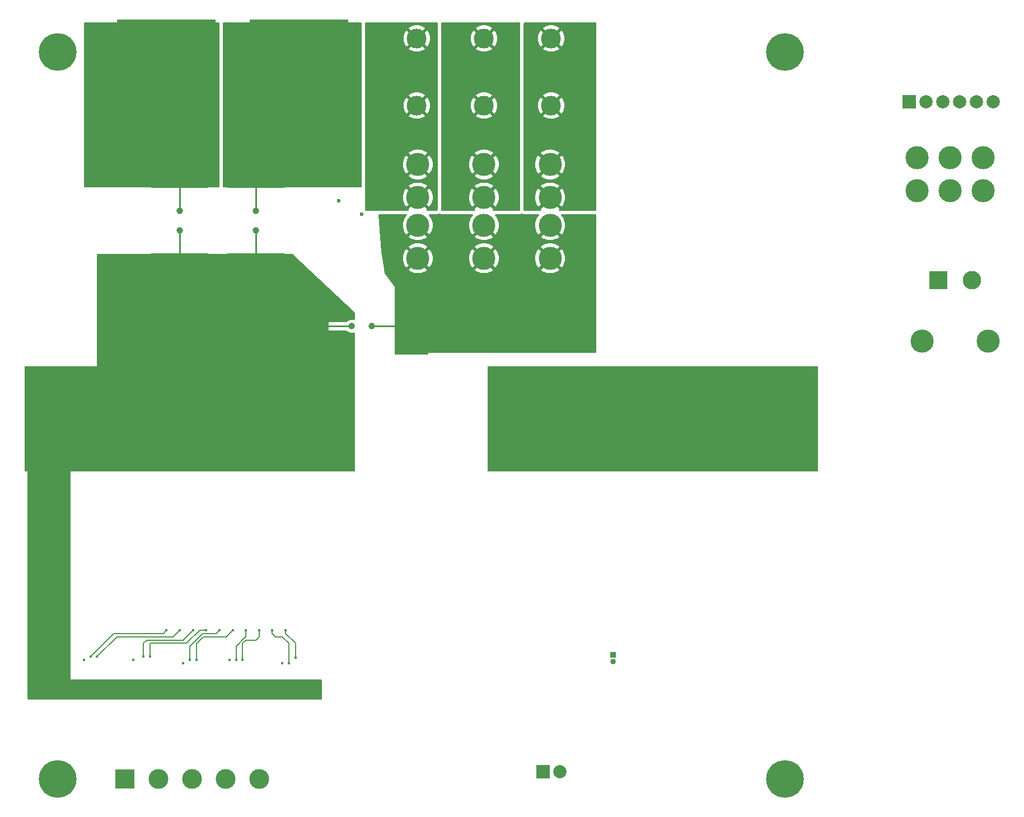
<source format=gbr>
%TF.GenerationSoftware,KiCad,Pcbnew,8.0.7-8.0.7-0~ubuntu22.04.1*%
%TF.CreationDate,2024-12-30T17:04:22+01:00*%
%TF.ProjectId,electronics,656c6563-7472-46f6-9e69-63732e6b6963,rev?*%
%TF.SameCoordinates,Original*%
%TF.FileFunction,Copper,L1,Top*%
%TF.FilePolarity,Positive*%
%FSLAX46Y46*%
G04 Gerber Fmt 4.6, Leading zero omitted, Abs format (unit mm)*
G04 Created by KiCad (PCBNEW 8.0.7-8.0.7-0~ubuntu22.04.1) date 2024-12-30 17:04:22*
%MOMM*%
%LPD*%
G01*
G04 APERTURE LIST*
%TA.AperFunction,EtchedComponent*%
%ADD10C,0.254000*%
%TD*%
%TA.AperFunction,ComponentPad*%
%ADD11C,3.600000*%
%TD*%
%TA.AperFunction,ConnectorPad*%
%ADD12C,5.700000*%
%TD*%
%TA.AperFunction,ComponentPad*%
%ADD13R,2.000000X2.000000*%
%TD*%
%TA.AperFunction,ComponentPad*%
%ADD14C,2.000000*%
%TD*%
%TA.AperFunction,ComponentPad*%
%ADD15C,3.500000*%
%TD*%
%TA.AperFunction,ComponentPad*%
%ADD16R,2.800000X2.800000*%
%TD*%
%TA.AperFunction,ComponentPad*%
%ADD17C,2.800000*%
%TD*%
%TA.AperFunction,SMDPad,CuDef*%
%ADD18R,5.200000X8.750000*%
%TD*%
%TA.AperFunction,SMDPad,CuDef*%
%ADD19C,1.000000*%
%TD*%
%TA.AperFunction,SMDPad,CuDef*%
%ADD20R,50.000000X16.000000*%
%TD*%
%TA.AperFunction,SMDPad,CuDef*%
%ADD21R,8.750000X5.200000*%
%TD*%
%TA.AperFunction,ComponentPad*%
%ADD22C,3.000000*%
%TD*%
%TA.AperFunction,ComponentPad*%
%ADD23R,3.000000X3.000000*%
%TD*%
%TA.AperFunction,HeatsinkPad*%
%ADD24R,15.000000X15.000000*%
%TD*%
%TA.AperFunction,ComponentPad*%
%ADD25R,0.850000X0.850000*%
%TD*%
%TA.AperFunction,ComponentPad*%
%ADD26O,0.850000X0.850000*%
%TD*%
%TA.AperFunction,ViaPad*%
%ADD27C,0.600000*%
%TD*%
%TA.AperFunction,ViaPad*%
%ADD28C,0.400000*%
%TD*%
%TA.AperFunction,ViaPad*%
%ADD29C,0.750000*%
%TD*%
%TA.AperFunction,Conductor*%
%ADD30C,0.200000*%
%TD*%
G04 APERTURE END LIST*
D10*
%TO.C,R6*%
X69500000Y-66500000D02*
X66000000Y-66500000D01*
X72500000Y-66500000D02*
X76000000Y-66500000D01*
%TO.C,R5*%
X43500000Y-49000000D02*
X43500000Y-45500000D01*
X43500000Y-52000000D02*
X43500000Y-55500000D01*
%TO.C,R8*%
X55000000Y-49000000D02*
X55000000Y-45500000D01*
X55000000Y-52000000D02*
X55000000Y-55500000D01*
%TD*%
D11*
%TO.P,MH1,1,1*%
%TO.N,GND*%
X25000000Y-25000000D03*
D12*
X25000000Y-25000000D03*
%TD*%
D11*
%TO.P,MH4,1,1*%
%TO.N,GND*%
X25000000Y-135000000D03*
D12*
X25000000Y-135000000D03*
%TD*%
D13*
%TO.P,J9,1,Pin_1*%
%TO.N,Net-(J11-COM)*%
X153800000Y-32500000D03*
D14*
%TO.P,J9,2,Pin_2*%
%TO.N,Net-(J11-lvl_1)*%
X156340000Y-32500000D03*
%TO.P,J9,3,Pin_3*%
%TO.N,Net-(J11-lvl_2)*%
X158880000Y-32500000D03*
%TO.P,J9,4,Pin_4*%
%TO.N,Net-(J11-lvl_3)*%
X161420000Y-32500000D03*
%TO.P,J9,5,Pin_5*%
%TO.N,Net-(J11-lvl_4)*%
X163960000Y-32500000D03*
%TO.P,J9,6,Pin_6*%
%TO.N,Net-(J11-lvl_5)*%
X166500000Y-32500000D03*
%TD*%
D11*
%TO.P,MH3,1,1*%
%TO.N,GND*%
X135000000Y-135000000D03*
D12*
X135000000Y-135000000D03*
%TD*%
D15*
%TO.P,U12,1,pin_1*%
%TO.N,Net-(J7-Pin_1)*%
X155750000Y-68750000D03*
%TO.P,U12,2,pin_2*%
%TO.N,Net-(J7-Pin_2)*%
X165750000Y-68750000D03*
%TD*%
D16*
%TO.P,J7,1,Pin_1*%
%TO.N,Net-(J7-Pin_1)*%
X158205000Y-59500000D03*
D17*
%TO.P,J7,2,Pin_2*%
%TO.N,Net-(J7-Pin_2)*%
X163285000Y-59500000D03*
%TD*%
D18*
%TO.P,R6,1,1*%
%TO.N,Net-(F1-Pad1)*%
X78500000Y-66500000D03*
D19*
%TO.P,R6,2,2*%
%TO.N,/high_power/RSH6_HI*%
X72500000Y-66500000D03*
%TO.P,R6,3,3*%
%TO.N,/high_power/RSH6_LO*%
X69500000Y-66500000D03*
D18*
%TO.P,R6,4,4*%
%TO.N,/central_control_unit/V_Bat*%
X63500000Y-66500000D03*
%TD*%
D20*
%TO.P,J5,1,1*%
%TO.N,/central_control_unit/V_Bat*%
X45000000Y-80500000D03*
%TD*%
D15*
%TO.P,F4,1*%
%TO.N,Net-(F1-Pad1)*%
X99500000Y-56200000D03*
X99500000Y-51200000D03*
%TO.P,F4,2*%
%TO.N,Net-(J4-Pin_1)*%
X99500000Y-47000000D03*
X99500000Y-42000000D03*
%TD*%
D21*
%TO.P,R5,1,1*%
%TO.N,Net-(Battery1-Pad1)*%
X43500000Y-43000000D03*
D19*
%TO.P,R5,2,2*%
%TO.N,/high_power/RSH5_HI*%
X43500000Y-49000000D03*
%TO.P,R5,3,3*%
%TO.N,/high_power/RSH5_LO*%
X43500000Y-52000000D03*
D21*
%TO.P,R5,4,4*%
%TO.N,/central_control_unit/V_Bat*%
X43500000Y-58000000D03*
%TD*%
D15*
%TO.P,J11,1,COM*%
%TO.N,Net-(J11-COM)*%
X155000000Y-41000000D03*
%TO.P,J11,2,lvl_1*%
%TO.N,Net-(J11-lvl_1)*%
X160000000Y-41000000D03*
%TO.P,J11,3,lvl_2*%
%TO.N,Net-(J11-lvl_2)*%
X165000000Y-41000000D03*
%TO.P,J11,4,lvl_3*%
%TO.N,Net-(J11-lvl_3)*%
X155000000Y-46000000D03*
%TO.P,J11,5,lvl_4*%
%TO.N,Net-(J11-lvl_4)*%
X160000000Y-46000000D03*
%TO.P,J11,6,lvl_5*%
%TO.N,Net-(J11-lvl_5)*%
X165000000Y-46000000D03*
%TD*%
D22*
%TO.P,J4,1,Pin_1*%
%TO.N,Net-(J4-Pin_1)*%
X99660000Y-33080000D03*
X99660000Y-22920000D03*
%TO.P,J4,2,Pin_2*%
%TO.N,Net-(J4-Pin_2)*%
X89500000Y-33080000D03*
X89500000Y-22920000D03*
%TO.P,J4,3,Pin_3*%
%TO.N,Net-(J4-Pin_3)*%
X79340000Y-33080000D03*
X79340000Y-22920000D03*
%TD*%
D23*
%TO.P,J3,1,Pin_1*%
%TO.N,Net-(J3-Pin_1)*%
X35185000Y-135000000D03*
D22*
%TO.P,J3,2,Pin_2*%
%TO.N,Net-(J3-Pin_2)*%
X40265000Y-135000000D03*
%TO.P,J3,3,Pin_3*%
%TO.N,Net-(J3-Pin_3)*%
X45345000Y-135000000D03*
%TO.P,J3,4,Pin_4*%
%TO.N,Net-(J3-Pin_4)*%
X50425000Y-135000000D03*
%TO.P,J3,5,Pin_5*%
%TO.N,Net-(J3-Pin_5)*%
X55505000Y-135000000D03*
%TD*%
D21*
%TO.P,R8,1,1*%
%TO.N,Net-(Inverter1-Pad1)*%
X55000000Y-43000000D03*
D19*
%TO.P,R8,2,2*%
%TO.N,/high_power/RSH8_HI*%
X55000000Y-49000000D03*
%TO.P,R8,3,3*%
%TO.N,/high_power/RSH8_LO*%
X55000000Y-52000000D03*
D21*
%TO.P,R8,4,4*%
%TO.N,/central_control_unit/V_Bat*%
X55000000Y-58000000D03*
%TD*%
D13*
%TO.P,J2,1,Pin_1*%
%TO.N,/central_control_unit/CAN_H*%
X98405000Y-133975000D03*
D14*
%TO.P,J2,2,Pin_2*%
%TO.N,/central_control_unit/CAN_L*%
X100945000Y-133975000D03*
%TD*%
D20*
%TO.P,J6,1,1*%
%TO.N,GND*%
X115000000Y-80500000D03*
%TD*%
D15*
%TO.P,F1,1*%
%TO.N,Net-(F1-Pad1)*%
X89500000Y-56200000D03*
X89500000Y-51200000D03*
%TO.P,F1,2*%
%TO.N,Net-(J4-Pin_2)*%
X89500000Y-47000000D03*
X89500000Y-42000000D03*
%TD*%
D24*
%TO.P,Battery1,1,1*%
%TO.N,Net-(Battery1-Pad1)*%
X41500000Y-27500000D03*
%TD*%
%TO.P,Inverter1,1,1*%
%TO.N,Net-(Inverter1-Pad1)*%
X61500000Y-27500000D03*
%TD*%
D15*
%TO.P,F2,1*%
%TO.N,Net-(F1-Pad1)*%
X79500000Y-56200000D03*
X79500000Y-51200000D03*
%TO.P,F2,2*%
%TO.N,Net-(J4-Pin_3)*%
X79500000Y-47000000D03*
X79500000Y-42000000D03*
%TD*%
D11*
%TO.P,MH2,1,1*%
%TO.N,GND*%
X135000000Y-25000000D03*
D12*
X135000000Y-25000000D03*
%TD*%
D25*
%TO.P,J1,1,Pin_1*%
%TO.N,/central_control_unit/HP_GND*%
X109004000Y-116265000D03*
D26*
%TO.P,J1,2,Pin_2*%
%TO.N,GND*%
X109004000Y-117265000D03*
%TD*%
D27*
%TO.N,GND*%
X67500000Y-47500000D03*
X71000000Y-49500000D03*
D28*
%TO.N,Net-(U6-DEN)*%
X43500000Y-112500000D03*
X31000000Y-116500000D03*
%TO.N,Net-(U7-DEN)*%
X39000000Y-116500000D03*
X47500000Y-112500000D03*
%TO.N,Net-(U8-DEN)*%
X51500000Y-112500000D03*
X46000000Y-117000000D03*
%TO.N,Net-(U9-DEN)*%
X53000000Y-117000000D03*
X55500000Y-112500000D03*
%TO.N,Net-(U10-DEN)*%
X61000000Y-116700000D03*
X59500000Y-112500000D03*
%TO.N,Net-(U6-IN)*%
X30000000Y-116500000D03*
X41500000Y-112500000D03*
%TO.N,Net-(U7-IN)*%
X45500000Y-112500000D03*
X38000000Y-116500000D03*
%TO.N,/central_control_unit/HP_GND*%
X29000000Y-117000000D03*
X44000000Y-117500000D03*
X51000000Y-117000000D03*
X59000000Y-117500000D03*
X36500000Y-117000000D03*
%TO.N,Net-(U8-IN)*%
X45000000Y-117000000D03*
X49500000Y-112500000D03*
%TO.N,Net-(U9-IN)*%
X52000000Y-117000000D03*
X53500000Y-112500000D03*
%TO.N,Net-(U10-IN)*%
X57500000Y-112500000D03*
X60000000Y-117500000D03*
D27*
%TO.N,/high_power/RSH5_HI*%
X43500000Y-49000000D03*
%TO.N,/high_power/RSH5_LO*%
X43500000Y-52000000D03*
%TO.N,/high_power/RSH6_HI*%
X72500000Y-66500000D03*
%TO.N,/high_power/RSH6_LO*%
X69500000Y-66500000D03*
%TO.N,/high_power/RSH8_LO*%
X55000000Y-52000000D03*
%TO.N,/high_power/RSH8_HI*%
X55000000Y-49000000D03*
D29*
%TO.N,/central_control_unit/V_Bat*%
X50500000Y-120500000D03*
X23000000Y-121500000D03*
X24000000Y-120500000D03*
X21000000Y-120500000D03*
X22000000Y-121500000D03*
X43000000Y-121500000D03*
X24000000Y-121500000D03*
X28000000Y-121500000D03*
X22000000Y-120500000D03*
X43000000Y-120500000D03*
X28000000Y-120500000D03*
X25000000Y-121500000D03*
X21000000Y-122500000D03*
X58000000Y-121500000D03*
X50500000Y-122500000D03*
X25000000Y-122500000D03*
X23000000Y-120500000D03*
X26000000Y-122500000D03*
X50500000Y-121500000D03*
X26000000Y-120500000D03*
X26000000Y-121500000D03*
X22000000Y-122500000D03*
X35500000Y-122500000D03*
X43000000Y-122500000D03*
X23000000Y-122500000D03*
X35500000Y-121500000D03*
X58000000Y-120500000D03*
X25000000Y-120500000D03*
X35500000Y-120500000D03*
X58000000Y-122500000D03*
X24000000Y-122500000D03*
X28000000Y-122500000D03*
X21000000Y-121500000D03*
%TD*%
D30*
%TO.N,Net-(U6-DEN)*%
X42500000Y-113500000D02*
X43500000Y-112500000D01*
X31000000Y-116500000D02*
X34000000Y-113500000D01*
X34000000Y-113500000D02*
X42500000Y-113500000D01*
%TO.N,Net-(U7-DEN)*%
X47500000Y-112500000D02*
X46500000Y-112500000D01*
X44500000Y-114500000D02*
X39065686Y-114500000D01*
X46500000Y-112500000D02*
X44500000Y-114500000D01*
X39000000Y-114565686D02*
X39000000Y-116500000D01*
X39065686Y-114500000D02*
X39000000Y-114565686D01*
%TO.N,Net-(U8-DEN)*%
X51500000Y-112500000D02*
X50500000Y-113500000D01*
X46000000Y-114565686D02*
X46000000Y-117000000D01*
X47065686Y-113500000D02*
X46000000Y-114565686D01*
X50500000Y-113500000D02*
X47065686Y-113500000D01*
%TO.N,Net-(U9-DEN)*%
X55500000Y-112500000D02*
X55500000Y-113500000D01*
X53000000Y-114500000D02*
X53000000Y-117000000D01*
X55000000Y-114000000D02*
X53500000Y-114000000D01*
X53500000Y-114000000D02*
X53000000Y-114500000D01*
X55500000Y-113500000D02*
X55000000Y-114000000D01*
%TO.N,Net-(U10-DEN)*%
X59500000Y-113000000D02*
X59500000Y-112500000D01*
X61000000Y-116700000D02*
X61000000Y-114500000D01*
X61000000Y-114500000D02*
X59500000Y-113000000D01*
%TO.N,Net-(U6-IN)*%
X33500000Y-113000000D02*
X30000000Y-116500000D01*
X41000000Y-113000000D02*
X33500000Y-113000000D01*
X41500000Y-112500000D02*
X41000000Y-113000000D01*
%TO.N,Net-(U7-IN)*%
X44000000Y-114000000D02*
X45500000Y-112500000D01*
X38500000Y-114000000D02*
X44000000Y-114000000D01*
X38000000Y-114500000D02*
X38500000Y-114000000D01*
X38000000Y-116500000D02*
X38000000Y-114500000D01*
%TO.N,Net-(U8-IN)*%
X49000000Y-113000000D02*
X47000000Y-113000000D01*
X49500000Y-112500000D02*
X49000000Y-113000000D01*
X45000000Y-115000000D02*
X45000000Y-117000000D01*
X47000000Y-113000000D02*
X45000000Y-115000000D01*
%TO.N,Net-(U9-IN)*%
X53500000Y-112500000D02*
X53500000Y-113500000D01*
X53334314Y-113600000D02*
X52000000Y-114934314D01*
X53500000Y-113500000D02*
X53400000Y-113600000D01*
X53400000Y-113600000D02*
X53334314Y-113600000D01*
X52000000Y-114934314D02*
X52000000Y-117000000D01*
%TO.N,Net-(U10-IN)*%
X60000000Y-117500000D02*
X60000000Y-114500000D01*
X57500000Y-113000000D02*
X57500000Y-112500000D01*
X58000000Y-113500000D02*
X57500000Y-113000000D01*
X59000000Y-113500000D02*
X58000000Y-113500000D01*
X60000000Y-114500000D02*
X59000000Y-113500000D01*
%TD*%
%TA.AperFunction,Conductor*%
%TO.N,/central_control_unit/V_Bat*%
G36*
X42825481Y-55519685D02*
G01*
X42871236Y-55572489D01*
X42880059Y-55599808D01*
X42896613Y-55683029D01*
X42896616Y-55683039D01*
X42943913Y-55797226D01*
X42943920Y-55797239D01*
X43012588Y-55900007D01*
X43012591Y-55900011D01*
X43099988Y-55987408D01*
X43099992Y-55987411D01*
X43202760Y-56056079D01*
X43202773Y-56056086D01*
X43316960Y-56103383D01*
X43316965Y-56103385D01*
X43316969Y-56103385D01*
X43316970Y-56103386D01*
X43438194Y-56127500D01*
X43438197Y-56127500D01*
X43561805Y-56127500D01*
X43643361Y-56111276D01*
X43683035Y-56103385D01*
X43797233Y-56056083D01*
X43900008Y-55987411D01*
X43987411Y-55900008D01*
X44056083Y-55797233D01*
X44103385Y-55683035D01*
X44106586Y-55666941D01*
X44119941Y-55599808D01*
X44152326Y-55537897D01*
X44213042Y-55503323D01*
X44241558Y-55500000D01*
X54258442Y-55500000D01*
X54325481Y-55519685D01*
X54371236Y-55572489D01*
X54380059Y-55599808D01*
X54396613Y-55683029D01*
X54396616Y-55683039D01*
X54443913Y-55797226D01*
X54443920Y-55797239D01*
X54512588Y-55900007D01*
X54512591Y-55900011D01*
X54599988Y-55987408D01*
X54599992Y-55987411D01*
X54702760Y-56056079D01*
X54702773Y-56056086D01*
X54816960Y-56103383D01*
X54816965Y-56103385D01*
X54816969Y-56103385D01*
X54816970Y-56103386D01*
X54938194Y-56127500D01*
X54938197Y-56127500D01*
X55061805Y-56127500D01*
X55143361Y-56111276D01*
X55183035Y-56103385D01*
X55297233Y-56056083D01*
X55400008Y-55987411D01*
X55487411Y-55900008D01*
X55556083Y-55797233D01*
X55603385Y-55683035D01*
X55606586Y-55666941D01*
X55619941Y-55599808D01*
X55652326Y-55537897D01*
X55713042Y-55503323D01*
X55741558Y-55500000D01*
X60450590Y-55500000D01*
X60517629Y-55519685D01*
X60535869Y-55533981D01*
X69961281Y-64463318D01*
X69996410Y-64523713D01*
X70000000Y-64553335D01*
X70000000Y-65438959D01*
X69980315Y-65505998D01*
X69927511Y-65551753D01*
X69858353Y-65561697D01*
X69840012Y-65557621D01*
X69696132Y-65513976D01*
X69696129Y-65513975D01*
X69500000Y-65494659D01*
X69303870Y-65513975D01*
X69115266Y-65571188D01*
X68941467Y-65664086D01*
X68941460Y-65664090D01*
X68789116Y-65789116D01*
X68757891Y-65827165D01*
X68700145Y-65866499D01*
X68662038Y-65872500D01*
X65938195Y-65872500D01*
X65816970Y-65896613D01*
X65816960Y-65896616D01*
X65702773Y-65943913D01*
X65702760Y-65943920D01*
X65599992Y-66012588D01*
X65599988Y-66012591D01*
X65512591Y-66099988D01*
X65512588Y-66099992D01*
X65443920Y-66202760D01*
X65443913Y-66202773D01*
X65396616Y-66316960D01*
X65396613Y-66316970D01*
X65372500Y-66438194D01*
X65372500Y-66438197D01*
X65372500Y-66561803D01*
X65372500Y-66561805D01*
X65372499Y-66561805D01*
X65396613Y-66683029D01*
X65396616Y-66683039D01*
X65443913Y-66797226D01*
X65443920Y-66797239D01*
X65512588Y-66900007D01*
X65512591Y-66900011D01*
X65599988Y-66987408D01*
X65599992Y-66987411D01*
X65702760Y-67056079D01*
X65702773Y-67056086D01*
X65816960Y-67103383D01*
X65816965Y-67103385D01*
X65816969Y-67103385D01*
X65816970Y-67103386D01*
X65938194Y-67127500D01*
X65938197Y-67127500D01*
X68662038Y-67127500D01*
X68729077Y-67147185D01*
X68757891Y-67172835D01*
X68789116Y-67210883D01*
X68941460Y-67335909D01*
X68941467Y-67335913D01*
X69115266Y-67428811D01*
X69115269Y-67428811D01*
X69115273Y-67428814D01*
X69303868Y-67486024D01*
X69500000Y-67505341D01*
X69696132Y-67486024D01*
X69840006Y-67442379D01*
X69909871Y-67441756D01*
X69968984Y-67479003D01*
X69998575Y-67542297D01*
X70000000Y-67561040D01*
X70000000Y-88376000D01*
X69980315Y-88443039D01*
X69927511Y-88488794D01*
X69876000Y-88500000D01*
X31124000Y-88500000D01*
X31056961Y-88480315D01*
X31011206Y-88427511D01*
X31000000Y-88376000D01*
X31000000Y-84207880D01*
X31019685Y-84140841D01*
X31072489Y-84095086D01*
X31087996Y-84089222D01*
X31265029Y-84035520D01*
X31605479Y-83894501D01*
X31930468Y-83720791D01*
X32236865Y-83516063D01*
X32521719Y-83282289D01*
X32782289Y-83021719D01*
X33016063Y-82736865D01*
X33220791Y-82430468D01*
X33394501Y-82105479D01*
X33535520Y-81765029D01*
X33642490Y-81412396D01*
X33642492Y-81412386D01*
X33642495Y-81412375D01*
X33714381Y-81050975D01*
X33750500Y-80684246D01*
X33750500Y-80315753D01*
X41249500Y-80315753D01*
X41249500Y-80684246D01*
X41285618Y-81050975D01*
X41357504Y-81412375D01*
X41357507Y-81412386D01*
X41464480Y-81765030D01*
X41605500Y-82105481D01*
X41605502Y-82105486D01*
X41779202Y-82430456D01*
X41779213Y-82430474D01*
X41983931Y-82736856D01*
X41983941Y-82736870D01*
X42217715Y-83021724D01*
X42478275Y-83282284D01*
X42478280Y-83282288D01*
X42478281Y-83282289D01*
X42763135Y-83516063D01*
X43069532Y-83720791D01*
X43069541Y-83720796D01*
X43069543Y-83720797D01*
X43394513Y-83894497D01*
X43394515Y-83894497D01*
X43394521Y-83894501D01*
X43734971Y-84035520D01*
X44087604Y-84142490D01*
X44087610Y-84142491D01*
X44087613Y-84142492D01*
X44087624Y-84142495D01*
X44416341Y-84207880D01*
X44449024Y-84214381D01*
X44815750Y-84250500D01*
X44815753Y-84250500D01*
X45184247Y-84250500D01*
X45184250Y-84250500D01*
X45550976Y-84214381D01*
X45621331Y-84200386D01*
X45912375Y-84142495D01*
X45912386Y-84142492D01*
X45912386Y-84142491D01*
X45912396Y-84142490D01*
X46265029Y-84035520D01*
X46605479Y-83894501D01*
X46930468Y-83720791D01*
X47236865Y-83516063D01*
X47521719Y-83282289D01*
X47782289Y-83021719D01*
X48016063Y-82736865D01*
X48220791Y-82430468D01*
X48394501Y-82105479D01*
X48535520Y-81765029D01*
X48642490Y-81412396D01*
X48642492Y-81412386D01*
X48642495Y-81412375D01*
X48714381Y-81050975D01*
X48750500Y-80684246D01*
X48750500Y-80315753D01*
X56249500Y-80315753D01*
X56249500Y-80684246D01*
X56285618Y-81050975D01*
X56357504Y-81412375D01*
X56357507Y-81412386D01*
X56464480Y-81765030D01*
X56605500Y-82105481D01*
X56605502Y-82105486D01*
X56779202Y-82430456D01*
X56779213Y-82430474D01*
X56983931Y-82736856D01*
X56983941Y-82736870D01*
X57217715Y-83021724D01*
X57478275Y-83282284D01*
X57478280Y-83282288D01*
X57478281Y-83282289D01*
X57763135Y-83516063D01*
X58069532Y-83720791D01*
X58069541Y-83720796D01*
X58069543Y-83720797D01*
X58394513Y-83894497D01*
X58394515Y-83894497D01*
X58394521Y-83894501D01*
X58734971Y-84035520D01*
X59087604Y-84142490D01*
X59087610Y-84142491D01*
X59087613Y-84142492D01*
X59087624Y-84142495D01*
X59416341Y-84207880D01*
X59449024Y-84214381D01*
X59815750Y-84250500D01*
X59815753Y-84250500D01*
X60184247Y-84250500D01*
X60184250Y-84250500D01*
X60550976Y-84214381D01*
X60621331Y-84200386D01*
X60912375Y-84142495D01*
X60912386Y-84142492D01*
X60912386Y-84142491D01*
X60912396Y-84142490D01*
X61265029Y-84035520D01*
X61605479Y-83894501D01*
X61930468Y-83720791D01*
X62236865Y-83516063D01*
X62521719Y-83282289D01*
X62782289Y-83021719D01*
X63016063Y-82736865D01*
X63220791Y-82430468D01*
X63394501Y-82105479D01*
X63535520Y-81765029D01*
X63642490Y-81412396D01*
X63642492Y-81412386D01*
X63642495Y-81412375D01*
X63714381Y-81050975D01*
X63750500Y-80684246D01*
X63750500Y-80315753D01*
X63714381Y-79949024D01*
X63642495Y-79587624D01*
X63642492Y-79587613D01*
X63642491Y-79587610D01*
X63642490Y-79587604D01*
X63535520Y-79234971D01*
X63394501Y-78894521D01*
X63220791Y-78569532D01*
X63016063Y-78263135D01*
X62782289Y-77978281D01*
X62782288Y-77978280D01*
X62782284Y-77978275D01*
X62521724Y-77717715D01*
X62236870Y-77483941D01*
X62236869Y-77483940D01*
X62236865Y-77483937D01*
X61930468Y-77279209D01*
X61930463Y-77279206D01*
X61930456Y-77279202D01*
X61605486Y-77105502D01*
X61605481Y-77105500D01*
X61265030Y-76964480D01*
X60912386Y-76857507D01*
X60912375Y-76857504D01*
X60550975Y-76785618D01*
X60274772Y-76758415D01*
X60184250Y-76749500D01*
X59815750Y-76749500D01*
X59732109Y-76757737D01*
X59449024Y-76785618D01*
X59087624Y-76857504D01*
X59087613Y-76857507D01*
X58734969Y-76964480D01*
X58394518Y-77105500D01*
X58394513Y-77105502D01*
X58069543Y-77279202D01*
X58069525Y-77279213D01*
X57763143Y-77483931D01*
X57763129Y-77483941D01*
X57478275Y-77717715D01*
X57217715Y-77978275D01*
X56983941Y-78263129D01*
X56983931Y-78263143D01*
X56779213Y-78569525D01*
X56779202Y-78569543D01*
X56605502Y-78894513D01*
X56605500Y-78894518D01*
X56464480Y-79234969D01*
X56357507Y-79587613D01*
X56357504Y-79587624D01*
X56285618Y-79949024D01*
X56249500Y-80315753D01*
X48750500Y-80315753D01*
X48714381Y-79949024D01*
X48642495Y-79587624D01*
X48642492Y-79587613D01*
X48642491Y-79587610D01*
X48642490Y-79587604D01*
X48535520Y-79234971D01*
X48394501Y-78894521D01*
X48220791Y-78569532D01*
X48016063Y-78263135D01*
X47782289Y-77978281D01*
X47782288Y-77978280D01*
X47782284Y-77978275D01*
X47521724Y-77717715D01*
X47236870Y-77483941D01*
X47236869Y-77483940D01*
X47236865Y-77483937D01*
X46930468Y-77279209D01*
X46930463Y-77279206D01*
X46930456Y-77279202D01*
X46605486Y-77105502D01*
X46605481Y-77105500D01*
X46265030Y-76964480D01*
X45912386Y-76857507D01*
X45912375Y-76857504D01*
X45550975Y-76785618D01*
X45274772Y-76758415D01*
X45184250Y-76749500D01*
X44815750Y-76749500D01*
X44732109Y-76757737D01*
X44449024Y-76785618D01*
X44087624Y-76857504D01*
X44087613Y-76857507D01*
X43734969Y-76964480D01*
X43394518Y-77105500D01*
X43394513Y-77105502D01*
X43069543Y-77279202D01*
X43069525Y-77279213D01*
X42763143Y-77483931D01*
X42763129Y-77483941D01*
X42478275Y-77717715D01*
X42217715Y-77978275D01*
X41983941Y-78263129D01*
X41983931Y-78263143D01*
X41779213Y-78569525D01*
X41779202Y-78569543D01*
X41605502Y-78894513D01*
X41605500Y-78894518D01*
X41464480Y-79234969D01*
X41357507Y-79587613D01*
X41357504Y-79587624D01*
X41285618Y-79949024D01*
X41249500Y-80315753D01*
X33750500Y-80315753D01*
X33714381Y-79949024D01*
X33642495Y-79587624D01*
X33642492Y-79587613D01*
X33642491Y-79587610D01*
X33642490Y-79587604D01*
X33535520Y-79234971D01*
X33394501Y-78894521D01*
X33220791Y-78569532D01*
X33016063Y-78263135D01*
X32782289Y-77978281D01*
X32782288Y-77978280D01*
X32782284Y-77978275D01*
X32521724Y-77717715D01*
X32236870Y-77483941D01*
X32236869Y-77483940D01*
X32236865Y-77483937D01*
X31930468Y-77279209D01*
X31930463Y-77279206D01*
X31930456Y-77279202D01*
X31605486Y-77105502D01*
X31605481Y-77105500D01*
X31265024Y-76964478D01*
X31088004Y-76910779D01*
X31029566Y-76872482D01*
X31001109Y-76808669D01*
X31000000Y-76792119D01*
X31000000Y-55624000D01*
X31019685Y-55556961D01*
X31072489Y-55511206D01*
X31124000Y-55500000D01*
X42758442Y-55500000D01*
X42825481Y-55519685D01*
G37*
%TD.AperFunction*%
%TD*%
%TA.AperFunction,Conductor*%
%TO.N,Net-(J4-Pin_2)*%
G36*
X94937539Y-20520185D02*
G01*
X94983294Y-20572989D01*
X94994500Y-20624500D01*
X94994500Y-48876000D01*
X94974815Y-48943039D01*
X94922011Y-48988794D01*
X94870500Y-49000000D01*
X90961370Y-49000000D01*
X90894331Y-48980315D01*
X90848576Y-48927511D01*
X90838632Y-48858353D01*
X90867657Y-48794797D01*
X90879611Y-48782772D01*
X90906039Y-48759594D01*
X90906039Y-48759593D01*
X90261717Y-48115271D01*
X90379466Y-48029722D01*
X90529722Y-47879466D01*
X90615271Y-47761717D01*
X91259593Y-48406039D01*
X91288877Y-48372648D01*
X91452734Y-48127419D01*
X91452741Y-48127406D01*
X91583187Y-47862888D01*
X91677994Y-47583599D01*
X91677998Y-47583584D01*
X91735535Y-47294324D01*
X91735537Y-47294312D01*
X91754827Y-47000000D01*
X91735537Y-46705687D01*
X91735535Y-46705675D01*
X91677998Y-46416415D01*
X91677994Y-46416400D01*
X91583187Y-46137111D01*
X91452741Y-45872593D01*
X91452734Y-45872580D01*
X91288876Y-45627350D01*
X91259593Y-45593958D01*
X90615270Y-46238281D01*
X90529722Y-46120534D01*
X90379466Y-45970278D01*
X90261717Y-45884728D01*
X90906040Y-45240405D01*
X90872649Y-45211123D01*
X90627419Y-45047265D01*
X90627406Y-45047258D01*
X90362888Y-44916812D01*
X90083599Y-44822005D01*
X90083584Y-44822001D01*
X89794324Y-44764464D01*
X89794312Y-44764462D01*
X89500000Y-44745172D01*
X89205687Y-44764462D01*
X89205675Y-44764464D01*
X88916415Y-44822001D01*
X88916400Y-44822005D01*
X88637111Y-44916812D01*
X88372593Y-45047258D01*
X88372580Y-45047265D01*
X88127346Y-45211126D01*
X88127339Y-45211131D01*
X88093959Y-45240403D01*
X88093959Y-45240405D01*
X88738282Y-45884728D01*
X88620534Y-45970278D01*
X88470278Y-46120534D01*
X88384728Y-46238282D01*
X87740405Y-45593959D01*
X87740403Y-45593959D01*
X87711131Y-45627339D01*
X87711126Y-45627346D01*
X87547265Y-45872580D01*
X87547258Y-45872593D01*
X87416812Y-46137111D01*
X87322005Y-46416400D01*
X87322001Y-46416415D01*
X87264464Y-46705675D01*
X87264462Y-46705687D01*
X87245172Y-47000000D01*
X87264462Y-47294312D01*
X87264464Y-47294324D01*
X87322001Y-47583584D01*
X87322005Y-47583599D01*
X87416812Y-47862888D01*
X87547258Y-48127406D01*
X87547265Y-48127419D01*
X87711123Y-48372649D01*
X87740405Y-48406040D01*
X88384728Y-47761716D01*
X88470278Y-47879466D01*
X88620534Y-48029722D01*
X88738281Y-48115270D01*
X88093958Y-48759593D01*
X88120388Y-48782771D01*
X88157812Y-48841772D01*
X88157398Y-48911641D01*
X88119275Y-48970194D01*
X88055548Y-48998840D01*
X88038630Y-49000000D01*
X83124000Y-49000000D01*
X83056961Y-48980315D01*
X83011206Y-48927511D01*
X83000000Y-48876000D01*
X83000000Y-42000000D01*
X87245172Y-42000000D01*
X87264462Y-42294312D01*
X87264464Y-42294324D01*
X87322001Y-42583584D01*
X87322005Y-42583599D01*
X87416812Y-42862888D01*
X87547258Y-43127406D01*
X87547265Y-43127419D01*
X87711123Y-43372649D01*
X87740405Y-43406040D01*
X88384728Y-42761716D01*
X88470278Y-42879466D01*
X88620534Y-43029722D01*
X88738281Y-43115270D01*
X88093958Y-43759593D01*
X88127350Y-43788876D01*
X88372580Y-43952734D01*
X88372593Y-43952741D01*
X88637111Y-44083187D01*
X88916400Y-44177994D01*
X88916415Y-44177998D01*
X89205675Y-44235535D01*
X89205687Y-44235537D01*
X89500000Y-44254827D01*
X89794312Y-44235537D01*
X89794324Y-44235535D01*
X90083584Y-44177998D01*
X90083599Y-44177994D01*
X90362888Y-44083187D01*
X90627406Y-43952741D01*
X90627419Y-43952734D01*
X90872648Y-43788877D01*
X90906039Y-43759593D01*
X90261717Y-43115271D01*
X90379466Y-43029722D01*
X90529722Y-42879466D01*
X90615271Y-42761717D01*
X91259593Y-43406039D01*
X91288877Y-43372648D01*
X91452734Y-43127419D01*
X91452741Y-43127406D01*
X91583187Y-42862888D01*
X91677994Y-42583599D01*
X91677998Y-42583584D01*
X91735535Y-42294324D01*
X91735537Y-42294312D01*
X91754827Y-42000000D01*
X91735537Y-41705687D01*
X91735535Y-41705675D01*
X91677998Y-41416415D01*
X91677994Y-41416400D01*
X91583187Y-41137111D01*
X91452741Y-40872593D01*
X91452734Y-40872580D01*
X91288876Y-40627350D01*
X91259593Y-40593958D01*
X90615270Y-41238281D01*
X90529722Y-41120534D01*
X90379466Y-40970278D01*
X90261717Y-40884728D01*
X90906040Y-40240405D01*
X90872649Y-40211123D01*
X90627419Y-40047265D01*
X90627406Y-40047258D01*
X90362888Y-39916812D01*
X90083599Y-39822005D01*
X90083584Y-39822001D01*
X89794324Y-39764464D01*
X89794312Y-39764462D01*
X89500000Y-39745172D01*
X89205687Y-39764462D01*
X89205675Y-39764464D01*
X88916415Y-39822001D01*
X88916400Y-39822005D01*
X88637111Y-39916812D01*
X88372593Y-40047258D01*
X88372580Y-40047265D01*
X88127346Y-40211126D01*
X88127339Y-40211131D01*
X88093959Y-40240403D01*
X88093959Y-40240405D01*
X88738282Y-40884728D01*
X88620534Y-40970278D01*
X88470278Y-41120534D01*
X88384728Y-41238282D01*
X87740405Y-40593959D01*
X87740403Y-40593959D01*
X87711131Y-40627339D01*
X87711126Y-40627346D01*
X87547265Y-40872580D01*
X87547258Y-40872593D01*
X87416812Y-41137111D01*
X87322005Y-41416400D01*
X87322001Y-41416415D01*
X87264464Y-41705675D01*
X87264462Y-41705687D01*
X87245172Y-42000000D01*
X83000000Y-42000000D01*
X83000000Y-33079998D01*
X87494891Y-33079998D01*
X87494891Y-33080001D01*
X87515300Y-33365362D01*
X87576109Y-33644895D01*
X87676091Y-33912958D01*
X87813191Y-34164038D01*
X87813196Y-34164046D01*
X87919882Y-34306562D01*
X87919883Y-34306563D01*
X88510014Y-33716431D01*
X88603760Y-33845461D01*
X88734539Y-33976240D01*
X88863567Y-34069984D01*
X88273435Y-34660115D01*
X88273436Y-34660116D01*
X88415953Y-34766803D01*
X88415961Y-34766808D01*
X88667042Y-34903908D01*
X88667041Y-34903908D01*
X88935104Y-35003890D01*
X89214637Y-35064699D01*
X89499999Y-35085109D01*
X89500001Y-35085109D01*
X89785362Y-35064699D01*
X90064895Y-35003890D01*
X90332958Y-34903908D01*
X90584038Y-34766808D01*
X90584039Y-34766807D01*
X90726563Y-34660115D01*
X90136432Y-34069984D01*
X90265461Y-33976240D01*
X90396240Y-33845461D01*
X90489984Y-33716432D01*
X91080115Y-34306563D01*
X91186807Y-34164039D01*
X91186808Y-34164038D01*
X91323908Y-33912958D01*
X91423890Y-33644895D01*
X91484699Y-33365362D01*
X91505109Y-33080001D01*
X91505109Y-33079998D01*
X91484699Y-32794637D01*
X91423890Y-32515104D01*
X91323908Y-32247041D01*
X91186808Y-31995961D01*
X91186803Y-31995953D01*
X91080116Y-31853436D01*
X91080115Y-31853435D01*
X90489983Y-32443566D01*
X90396240Y-32314539D01*
X90265461Y-32183760D01*
X90136431Y-32090014D01*
X90726563Y-31499883D01*
X90726562Y-31499882D01*
X90584046Y-31393196D01*
X90584038Y-31393191D01*
X90332957Y-31256091D01*
X90332958Y-31256091D01*
X90064895Y-31156109D01*
X89785362Y-31095300D01*
X89500001Y-31074891D01*
X89499999Y-31074891D01*
X89214637Y-31095300D01*
X88935104Y-31156109D01*
X88667041Y-31256091D01*
X88415961Y-31393191D01*
X88415953Y-31393196D01*
X88273435Y-31499882D01*
X88863568Y-32090014D01*
X88734539Y-32183760D01*
X88603760Y-32314539D01*
X88510015Y-32443568D01*
X87919882Y-31853435D01*
X87813196Y-31995953D01*
X87813191Y-31995961D01*
X87676091Y-32247041D01*
X87576109Y-32515104D01*
X87515300Y-32794637D01*
X87494891Y-33079998D01*
X83000000Y-33079998D01*
X83000000Y-22919998D01*
X87494891Y-22919998D01*
X87494891Y-22920001D01*
X87515300Y-23205362D01*
X87576109Y-23484895D01*
X87676091Y-23752958D01*
X87813191Y-24004038D01*
X87813196Y-24004046D01*
X87919882Y-24146562D01*
X87919883Y-24146563D01*
X88510014Y-23556431D01*
X88603760Y-23685461D01*
X88734539Y-23816240D01*
X88863567Y-23909984D01*
X88273435Y-24500115D01*
X88273436Y-24500116D01*
X88415953Y-24606803D01*
X88415961Y-24606808D01*
X88667042Y-24743908D01*
X88667041Y-24743908D01*
X88935104Y-24843890D01*
X89214637Y-24904699D01*
X89499999Y-24925109D01*
X89500001Y-24925109D01*
X89785362Y-24904699D01*
X90064895Y-24843890D01*
X90332958Y-24743908D01*
X90584038Y-24606808D01*
X90584039Y-24606807D01*
X90726563Y-24500115D01*
X90136432Y-23909984D01*
X90265461Y-23816240D01*
X90396240Y-23685461D01*
X90489984Y-23556432D01*
X91080115Y-24146563D01*
X91186807Y-24004039D01*
X91186808Y-24004038D01*
X91323908Y-23752958D01*
X91423890Y-23484895D01*
X91484699Y-23205362D01*
X91505109Y-22920001D01*
X91505109Y-22919998D01*
X91484699Y-22634637D01*
X91423890Y-22355104D01*
X91323908Y-22087041D01*
X91186808Y-21835961D01*
X91186803Y-21835953D01*
X91080116Y-21693436D01*
X91080115Y-21693435D01*
X90489983Y-22283566D01*
X90396240Y-22154539D01*
X90265461Y-22023760D01*
X90136431Y-21930014D01*
X90726563Y-21339883D01*
X90726562Y-21339882D01*
X90584046Y-21233196D01*
X90584038Y-21233191D01*
X90332957Y-21096091D01*
X90332958Y-21096091D01*
X90064895Y-20996109D01*
X89785362Y-20935300D01*
X89500001Y-20914891D01*
X89499999Y-20914891D01*
X89214637Y-20935300D01*
X88935104Y-20996109D01*
X88667041Y-21096091D01*
X88415961Y-21233191D01*
X88415953Y-21233196D01*
X88273435Y-21339882D01*
X88863568Y-21930014D01*
X88734539Y-22023760D01*
X88603760Y-22154539D01*
X88510015Y-22283568D01*
X87919882Y-21693435D01*
X87813196Y-21835953D01*
X87813191Y-21835961D01*
X87676091Y-22087041D01*
X87576109Y-22355104D01*
X87515300Y-22634637D01*
X87494891Y-22919998D01*
X83000000Y-22919998D01*
X83000000Y-20624500D01*
X83019685Y-20557461D01*
X83072489Y-20511706D01*
X83124000Y-20500500D01*
X94870500Y-20500500D01*
X94937539Y-20520185D01*
G37*
%TD.AperFunction*%
%TD*%
%TA.AperFunction,Conductor*%
%TO.N,Net-(F1-Pad1)*%
G36*
X95295751Y-49411088D02*
G01*
X95414534Y-49465335D01*
X95414541Y-49465338D01*
X95481580Y-49485023D01*
X95481584Y-49485024D01*
X95624000Y-49505500D01*
X95624003Y-49505500D01*
X97719704Y-49505500D01*
X97786743Y-49525185D01*
X97832498Y-49577989D01*
X97842442Y-49647147D01*
X97813417Y-49710703D01*
X97812932Y-49711259D01*
X97711126Y-49827346D01*
X97547265Y-50072580D01*
X97547258Y-50072593D01*
X97416812Y-50337111D01*
X97322005Y-50616400D01*
X97322001Y-50616415D01*
X97264464Y-50905675D01*
X97264462Y-50905687D01*
X97245172Y-51200000D01*
X97264462Y-51494312D01*
X97264464Y-51494324D01*
X97322001Y-51783584D01*
X97322005Y-51783599D01*
X97416812Y-52062888D01*
X97547258Y-52327406D01*
X97547265Y-52327419D01*
X97711123Y-52572649D01*
X97740405Y-52606040D01*
X98384728Y-51961716D01*
X98470278Y-52079466D01*
X98620534Y-52229722D01*
X98738281Y-52315270D01*
X98093958Y-52959593D01*
X98127350Y-52988876D01*
X98372580Y-53152734D01*
X98372593Y-53152741D01*
X98637111Y-53283187D01*
X98916400Y-53377994D01*
X98916415Y-53377998D01*
X99205675Y-53435535D01*
X99205687Y-53435537D01*
X99500000Y-53454827D01*
X99794312Y-53435537D01*
X99794324Y-53435535D01*
X100083584Y-53377998D01*
X100083599Y-53377994D01*
X100362888Y-53283187D01*
X100627406Y-53152741D01*
X100627419Y-53152734D01*
X100872648Y-52988877D01*
X100906039Y-52959593D01*
X100261717Y-52315271D01*
X100379466Y-52229722D01*
X100529722Y-52079466D01*
X100615271Y-51961717D01*
X101259593Y-52606039D01*
X101288877Y-52572648D01*
X101452734Y-52327419D01*
X101452741Y-52327406D01*
X101583187Y-52062888D01*
X101677994Y-51783599D01*
X101677998Y-51783584D01*
X101735535Y-51494324D01*
X101735537Y-51494312D01*
X101754827Y-51200000D01*
X101735537Y-50905687D01*
X101735535Y-50905675D01*
X101677998Y-50616415D01*
X101677994Y-50616400D01*
X101583187Y-50337111D01*
X101452741Y-50072593D01*
X101452734Y-50072580D01*
X101288873Y-49827346D01*
X101187068Y-49711259D01*
X101157665Y-49647877D01*
X101167197Y-49578661D01*
X101212637Y-49525585D01*
X101279558Y-49505502D01*
X101280296Y-49505500D01*
X106371692Y-49505500D01*
X106438731Y-49525185D01*
X106484486Y-49577989D01*
X106495692Y-49629500D01*
X106495692Y-70376000D01*
X106476007Y-70443039D01*
X106423203Y-70488794D01*
X106371692Y-70500000D01*
X76119745Y-70500000D01*
X76052706Y-70480315D01*
X76006951Y-70427511D01*
X75995745Y-70375947D01*
X75997095Y-67242080D01*
X76016808Y-67175051D01*
X76069632Y-67129318D01*
X76096904Y-67120518D01*
X76114790Y-67116959D01*
X76183035Y-67103385D01*
X76297233Y-67056083D01*
X76400008Y-66987411D01*
X76487411Y-66900008D01*
X76556083Y-66797233D01*
X76603385Y-66683035D01*
X76627500Y-66561803D01*
X76627500Y-66438197D01*
X76627500Y-66438194D01*
X76603386Y-66316970D01*
X76603385Y-66316969D01*
X76603385Y-66316965D01*
X76597960Y-66303868D01*
X76556086Y-66202773D01*
X76556079Y-66202760D01*
X76487411Y-66099992D01*
X76487408Y-66099988D01*
X76400011Y-66012591D01*
X76400007Y-66012588D01*
X76297239Y-65943920D01*
X76297226Y-65943913D01*
X76183039Y-65896616D01*
X76183030Y-65896613D01*
X76097542Y-65879608D01*
X76035632Y-65847222D01*
X76001058Y-65786506D01*
X75997735Y-65757938D01*
X76000000Y-60500000D01*
X74518627Y-58524836D01*
X74495273Y-58469315D01*
X74490070Y-58435537D01*
X74145700Y-56200000D01*
X77245172Y-56200000D01*
X77264462Y-56494312D01*
X77264464Y-56494324D01*
X77322001Y-56783584D01*
X77322005Y-56783599D01*
X77416812Y-57062888D01*
X77547258Y-57327406D01*
X77547265Y-57327419D01*
X77711123Y-57572649D01*
X77740405Y-57606040D01*
X78384728Y-56961716D01*
X78470278Y-57079466D01*
X78620534Y-57229722D01*
X78738281Y-57315270D01*
X78093958Y-57959593D01*
X78127350Y-57988876D01*
X78372580Y-58152734D01*
X78372593Y-58152741D01*
X78637111Y-58283187D01*
X78916400Y-58377994D01*
X78916415Y-58377998D01*
X79205675Y-58435535D01*
X79205687Y-58435537D01*
X79500000Y-58454827D01*
X79794312Y-58435537D01*
X79794324Y-58435535D01*
X80083584Y-58377998D01*
X80083599Y-58377994D01*
X80362888Y-58283187D01*
X80627406Y-58152741D01*
X80627419Y-58152734D01*
X80872648Y-57988877D01*
X80906039Y-57959593D01*
X80261717Y-57315271D01*
X80379466Y-57229722D01*
X80529722Y-57079466D01*
X80615271Y-56961717D01*
X81259593Y-57606039D01*
X81288877Y-57572648D01*
X81452734Y-57327419D01*
X81452741Y-57327406D01*
X81583187Y-57062888D01*
X81677994Y-56783599D01*
X81677998Y-56783584D01*
X81735535Y-56494324D01*
X81735537Y-56494312D01*
X81754827Y-56200000D01*
X87245172Y-56200000D01*
X87264462Y-56494312D01*
X87264464Y-56494324D01*
X87322001Y-56783584D01*
X87322005Y-56783599D01*
X87416812Y-57062888D01*
X87547258Y-57327406D01*
X87547265Y-57327419D01*
X87711123Y-57572649D01*
X87740405Y-57606040D01*
X88384728Y-56961716D01*
X88470278Y-57079466D01*
X88620534Y-57229722D01*
X88738281Y-57315270D01*
X88093958Y-57959593D01*
X88127350Y-57988876D01*
X88372580Y-58152734D01*
X88372593Y-58152741D01*
X88637111Y-58283187D01*
X88916400Y-58377994D01*
X88916415Y-58377998D01*
X89205675Y-58435535D01*
X89205687Y-58435537D01*
X89500000Y-58454827D01*
X89794312Y-58435537D01*
X89794324Y-58435535D01*
X90083584Y-58377998D01*
X90083599Y-58377994D01*
X90362888Y-58283187D01*
X90627406Y-58152741D01*
X90627419Y-58152734D01*
X90872648Y-57988877D01*
X90906039Y-57959593D01*
X90261717Y-57315271D01*
X90379466Y-57229722D01*
X90529722Y-57079466D01*
X90615271Y-56961717D01*
X91259593Y-57606039D01*
X91288877Y-57572648D01*
X91452734Y-57327419D01*
X91452741Y-57327406D01*
X91583187Y-57062888D01*
X91677994Y-56783599D01*
X91677998Y-56783584D01*
X91735535Y-56494324D01*
X91735537Y-56494312D01*
X91754827Y-56200000D01*
X97245172Y-56200000D01*
X97264462Y-56494312D01*
X97264464Y-56494324D01*
X97322001Y-56783584D01*
X97322005Y-56783599D01*
X97416812Y-57062888D01*
X97547258Y-57327406D01*
X97547265Y-57327419D01*
X97711123Y-57572649D01*
X97740405Y-57606040D01*
X98384728Y-56961716D01*
X98470278Y-57079466D01*
X98620534Y-57229722D01*
X98738281Y-57315270D01*
X98093958Y-57959593D01*
X98127350Y-57988876D01*
X98372580Y-58152734D01*
X98372593Y-58152741D01*
X98637111Y-58283187D01*
X98916400Y-58377994D01*
X98916415Y-58377998D01*
X99205675Y-58435535D01*
X99205687Y-58435537D01*
X99500000Y-58454827D01*
X99794312Y-58435537D01*
X99794324Y-58435535D01*
X100083584Y-58377998D01*
X100083599Y-58377994D01*
X100362888Y-58283187D01*
X100627406Y-58152741D01*
X100627419Y-58152734D01*
X100872648Y-57988877D01*
X100906039Y-57959593D01*
X100261717Y-57315271D01*
X100379466Y-57229722D01*
X100529722Y-57079466D01*
X100615271Y-56961717D01*
X101259593Y-57606039D01*
X101288877Y-57572648D01*
X101452734Y-57327419D01*
X101452741Y-57327406D01*
X101583187Y-57062888D01*
X101677994Y-56783599D01*
X101677998Y-56783584D01*
X101735535Y-56494324D01*
X101735537Y-56494312D01*
X101754827Y-56200000D01*
X101735537Y-55905687D01*
X101735535Y-55905675D01*
X101677998Y-55616415D01*
X101677994Y-55616400D01*
X101583187Y-55337111D01*
X101452741Y-55072593D01*
X101452734Y-55072580D01*
X101288876Y-54827350D01*
X101259593Y-54793958D01*
X100615270Y-55438281D01*
X100529722Y-55320534D01*
X100379466Y-55170278D01*
X100261717Y-55084728D01*
X100906040Y-54440405D01*
X100872649Y-54411123D01*
X100627419Y-54247265D01*
X100627406Y-54247258D01*
X100362888Y-54116812D01*
X100083599Y-54022005D01*
X100083584Y-54022001D01*
X99794324Y-53964464D01*
X99794312Y-53964462D01*
X99500000Y-53945172D01*
X99205687Y-53964462D01*
X99205675Y-53964464D01*
X98916415Y-54022001D01*
X98916400Y-54022005D01*
X98637111Y-54116812D01*
X98372593Y-54247258D01*
X98372580Y-54247265D01*
X98127346Y-54411126D01*
X98127339Y-54411131D01*
X98093959Y-54440403D01*
X98093959Y-54440405D01*
X98738282Y-55084728D01*
X98620534Y-55170278D01*
X98470278Y-55320534D01*
X98384728Y-55438282D01*
X97740405Y-54793959D01*
X97740403Y-54793959D01*
X97711131Y-54827339D01*
X97711126Y-54827346D01*
X97547265Y-55072580D01*
X97547258Y-55072593D01*
X97416812Y-55337111D01*
X97322005Y-55616400D01*
X97322001Y-55616415D01*
X97264464Y-55905675D01*
X97264462Y-55905687D01*
X97245172Y-56200000D01*
X91754827Y-56200000D01*
X91735537Y-55905687D01*
X91735535Y-55905675D01*
X91677998Y-55616415D01*
X91677994Y-55616400D01*
X91583187Y-55337111D01*
X91452741Y-55072593D01*
X91452734Y-55072580D01*
X91288876Y-54827350D01*
X91259593Y-54793958D01*
X90615270Y-55438281D01*
X90529722Y-55320534D01*
X90379466Y-55170278D01*
X90261717Y-55084728D01*
X90906040Y-54440405D01*
X90872649Y-54411123D01*
X90627419Y-54247265D01*
X90627406Y-54247258D01*
X90362888Y-54116812D01*
X90083599Y-54022005D01*
X90083584Y-54022001D01*
X89794324Y-53964464D01*
X89794312Y-53964462D01*
X89500000Y-53945172D01*
X89205687Y-53964462D01*
X89205675Y-53964464D01*
X88916415Y-54022001D01*
X88916400Y-54022005D01*
X88637111Y-54116812D01*
X88372593Y-54247258D01*
X88372580Y-54247265D01*
X88127346Y-54411126D01*
X88127339Y-54411131D01*
X88093959Y-54440403D01*
X88093959Y-54440405D01*
X88738282Y-55084728D01*
X88620534Y-55170278D01*
X88470278Y-55320534D01*
X88384728Y-55438282D01*
X87740405Y-54793959D01*
X87740403Y-54793959D01*
X87711131Y-54827339D01*
X87711126Y-54827346D01*
X87547265Y-55072580D01*
X87547258Y-55072593D01*
X87416812Y-55337111D01*
X87322005Y-55616400D01*
X87322001Y-55616415D01*
X87264464Y-55905675D01*
X87264462Y-55905687D01*
X87245172Y-56200000D01*
X81754827Y-56200000D01*
X81735537Y-55905687D01*
X81735535Y-55905675D01*
X81677998Y-55616415D01*
X81677994Y-55616400D01*
X81583187Y-55337111D01*
X81452741Y-55072593D01*
X81452734Y-55072580D01*
X81288876Y-54827350D01*
X81259593Y-54793958D01*
X80615270Y-55438281D01*
X80529722Y-55320534D01*
X80379466Y-55170278D01*
X80261717Y-55084728D01*
X80906040Y-54440405D01*
X80872649Y-54411123D01*
X80627419Y-54247265D01*
X80627406Y-54247258D01*
X80362888Y-54116812D01*
X80083599Y-54022005D01*
X80083584Y-54022001D01*
X79794324Y-53964464D01*
X79794312Y-53964462D01*
X79500000Y-53945172D01*
X79205687Y-53964462D01*
X79205675Y-53964464D01*
X78916415Y-54022001D01*
X78916400Y-54022005D01*
X78637111Y-54116812D01*
X78372593Y-54247258D01*
X78372580Y-54247265D01*
X78127346Y-54411126D01*
X78127339Y-54411131D01*
X78093959Y-54440403D01*
X78093959Y-54440405D01*
X78738282Y-55084728D01*
X78620534Y-55170278D01*
X78470278Y-55320534D01*
X78384728Y-55438282D01*
X77740405Y-54793959D01*
X77740403Y-54793959D01*
X77711131Y-54827339D01*
X77711126Y-54827346D01*
X77547265Y-55072580D01*
X77547258Y-55072593D01*
X77416812Y-55337111D01*
X77322005Y-55616400D01*
X77322001Y-55616415D01*
X77264464Y-55905675D01*
X77264462Y-55905687D01*
X77245172Y-56200000D01*
X74145700Y-56200000D01*
X74000656Y-55258425D01*
X73999643Y-55249889D01*
X73532136Y-49639797D01*
X73546186Y-49571355D01*
X73595007Y-49521373D01*
X73655708Y-49505500D01*
X77719704Y-49505500D01*
X77786743Y-49525185D01*
X77832498Y-49577989D01*
X77842442Y-49647147D01*
X77813417Y-49710703D01*
X77812932Y-49711259D01*
X77711126Y-49827346D01*
X77547265Y-50072580D01*
X77547258Y-50072593D01*
X77416812Y-50337111D01*
X77322005Y-50616400D01*
X77322001Y-50616415D01*
X77264464Y-50905675D01*
X77264462Y-50905687D01*
X77245172Y-51200000D01*
X77264462Y-51494312D01*
X77264464Y-51494324D01*
X77322001Y-51783584D01*
X77322005Y-51783599D01*
X77416812Y-52062888D01*
X77547258Y-52327406D01*
X77547265Y-52327419D01*
X77711123Y-52572649D01*
X77740405Y-52606040D01*
X78384728Y-51961716D01*
X78470278Y-52079466D01*
X78620534Y-52229722D01*
X78738281Y-52315270D01*
X78093958Y-52959593D01*
X78127350Y-52988876D01*
X78372580Y-53152734D01*
X78372593Y-53152741D01*
X78637111Y-53283187D01*
X78916400Y-53377994D01*
X78916415Y-53377998D01*
X79205675Y-53435535D01*
X79205687Y-53435537D01*
X79500000Y-53454827D01*
X79794312Y-53435537D01*
X79794324Y-53435535D01*
X80083584Y-53377998D01*
X80083599Y-53377994D01*
X80362888Y-53283187D01*
X80627406Y-53152741D01*
X80627419Y-53152734D01*
X80872648Y-52988877D01*
X80906039Y-52959593D01*
X80261717Y-52315271D01*
X80379466Y-52229722D01*
X80529722Y-52079466D01*
X80615271Y-51961717D01*
X81259593Y-52606039D01*
X81288877Y-52572648D01*
X81452734Y-52327419D01*
X81452741Y-52327406D01*
X81583187Y-52062888D01*
X81677994Y-51783599D01*
X81677998Y-51783584D01*
X81735535Y-51494324D01*
X81735537Y-51494312D01*
X81754827Y-51200000D01*
X81735537Y-50905687D01*
X81735535Y-50905675D01*
X81677998Y-50616415D01*
X81677994Y-50616400D01*
X81583187Y-50337111D01*
X81452741Y-50072593D01*
X81452734Y-50072580D01*
X81288873Y-49827346D01*
X81187068Y-49711259D01*
X81157665Y-49647877D01*
X81167197Y-49578661D01*
X81212637Y-49525585D01*
X81279558Y-49505502D01*
X81280296Y-49505500D01*
X82370490Y-49505500D01*
X82370500Y-49505500D01*
X82477956Y-49493947D01*
X82529467Y-49482741D01*
X82632004Y-49448613D01*
X82677198Y-49419567D01*
X82744236Y-49399882D01*
X82795751Y-49411088D01*
X82914534Y-49465335D01*
X82914541Y-49465338D01*
X82981580Y-49485023D01*
X82981584Y-49485024D01*
X83124000Y-49505500D01*
X83124003Y-49505500D01*
X87719704Y-49505500D01*
X87786743Y-49525185D01*
X87832498Y-49577989D01*
X87842442Y-49647147D01*
X87813417Y-49710703D01*
X87812932Y-49711259D01*
X87711126Y-49827346D01*
X87547265Y-50072580D01*
X87547258Y-50072593D01*
X87416812Y-50337111D01*
X87322005Y-50616400D01*
X87322001Y-50616415D01*
X87264464Y-50905675D01*
X87264462Y-50905687D01*
X87245172Y-51200000D01*
X87264462Y-51494312D01*
X87264464Y-51494324D01*
X87322001Y-51783584D01*
X87322005Y-51783599D01*
X87416812Y-52062888D01*
X87547258Y-52327406D01*
X87547265Y-52327419D01*
X87711123Y-52572649D01*
X87740405Y-52606040D01*
X88384728Y-51961716D01*
X88470278Y-52079466D01*
X88620534Y-52229722D01*
X88738281Y-52315270D01*
X88093958Y-52959593D01*
X88127350Y-52988876D01*
X88372580Y-53152734D01*
X88372593Y-53152741D01*
X88637111Y-53283187D01*
X88916400Y-53377994D01*
X88916415Y-53377998D01*
X89205675Y-53435535D01*
X89205687Y-53435537D01*
X89500000Y-53454827D01*
X89794312Y-53435537D01*
X89794324Y-53435535D01*
X90083584Y-53377998D01*
X90083599Y-53377994D01*
X90362888Y-53283187D01*
X90627406Y-53152741D01*
X90627419Y-53152734D01*
X90872648Y-52988877D01*
X90906039Y-52959593D01*
X90261717Y-52315271D01*
X90379466Y-52229722D01*
X90529722Y-52079466D01*
X90615271Y-51961717D01*
X91259593Y-52606039D01*
X91288877Y-52572648D01*
X91452734Y-52327419D01*
X91452741Y-52327406D01*
X91583187Y-52062888D01*
X91677994Y-51783599D01*
X91677998Y-51783584D01*
X91735535Y-51494324D01*
X91735537Y-51494312D01*
X91754827Y-51200000D01*
X91735537Y-50905687D01*
X91735535Y-50905675D01*
X91677998Y-50616415D01*
X91677994Y-50616400D01*
X91583187Y-50337111D01*
X91452741Y-50072593D01*
X91452734Y-50072580D01*
X91288873Y-49827346D01*
X91187068Y-49711259D01*
X91157665Y-49647877D01*
X91167197Y-49578661D01*
X91212637Y-49525585D01*
X91279558Y-49505502D01*
X91280296Y-49505500D01*
X94870490Y-49505500D01*
X94870500Y-49505500D01*
X94977956Y-49493947D01*
X95029467Y-49482741D01*
X95132004Y-49448613D01*
X95177198Y-49419567D01*
X95244236Y-49399882D01*
X95295751Y-49411088D01*
G37*
%TD.AperFunction*%
%TD*%
%TA.AperFunction,Conductor*%
%TO.N,Net-(Battery1-Pad1)*%
G36*
X49437539Y-20520185D02*
G01*
X49483294Y-20572989D01*
X49494500Y-20624500D01*
X49494500Y-45376000D01*
X49474815Y-45443039D01*
X49422011Y-45488794D01*
X49370500Y-45500000D01*
X44500000Y-45500000D01*
X44241558Y-45500000D01*
X44174519Y-45480315D01*
X44128764Y-45427511D01*
X44119941Y-45400192D01*
X44103386Y-45316970D01*
X44103385Y-45316969D01*
X44103385Y-45316965D01*
X44103383Y-45316960D01*
X44056086Y-45202773D01*
X44056079Y-45202760D01*
X43987411Y-45099992D01*
X43987408Y-45099988D01*
X43900011Y-45012591D01*
X43900007Y-45012588D01*
X43797239Y-44943920D01*
X43797226Y-44943913D01*
X43683039Y-44896616D01*
X43683029Y-44896613D01*
X43561805Y-44872500D01*
X43561803Y-44872500D01*
X43438197Y-44872500D01*
X43438195Y-44872500D01*
X43316970Y-44896613D01*
X43316960Y-44896616D01*
X43202773Y-44943913D01*
X43202760Y-44943920D01*
X43099992Y-45012588D01*
X43099988Y-45012591D01*
X43012591Y-45099988D01*
X43012588Y-45099992D01*
X42943920Y-45202760D01*
X42943913Y-45202773D01*
X42896616Y-45316960D01*
X42896613Y-45316970D01*
X42880059Y-45400192D01*
X42847674Y-45462103D01*
X42786958Y-45496677D01*
X42758442Y-45500000D01*
X35500000Y-45500000D01*
X29124000Y-45500000D01*
X29056961Y-45480315D01*
X29011206Y-45427511D01*
X29000000Y-45376000D01*
X29000000Y-27315753D01*
X37749500Y-27315753D01*
X37749500Y-27684246D01*
X37785618Y-28050975D01*
X37857504Y-28412375D01*
X37857507Y-28412386D01*
X37964480Y-28765030D01*
X38105500Y-29105481D01*
X38105502Y-29105486D01*
X38279202Y-29430456D01*
X38279213Y-29430474D01*
X38483931Y-29736856D01*
X38483941Y-29736870D01*
X38717715Y-30021724D01*
X38978275Y-30282284D01*
X38978280Y-30282288D01*
X38978281Y-30282289D01*
X39263135Y-30516063D01*
X39569532Y-30720791D01*
X39569541Y-30720796D01*
X39569543Y-30720797D01*
X39894513Y-30894497D01*
X39894515Y-30894497D01*
X39894521Y-30894501D01*
X40234971Y-31035520D01*
X40587604Y-31142490D01*
X40587610Y-31142491D01*
X40587613Y-31142492D01*
X40587624Y-31142495D01*
X40949024Y-31214381D01*
X41315750Y-31250500D01*
X41315753Y-31250500D01*
X41684247Y-31250500D01*
X41684250Y-31250500D01*
X42050976Y-31214381D01*
X42121331Y-31200386D01*
X42412375Y-31142495D01*
X42412386Y-31142492D01*
X42412386Y-31142491D01*
X42412396Y-31142490D01*
X42765029Y-31035520D01*
X43105479Y-30894501D01*
X43430468Y-30720791D01*
X43736865Y-30516063D01*
X44021719Y-30282289D01*
X44282289Y-30021719D01*
X44516063Y-29736865D01*
X44720791Y-29430468D01*
X44894501Y-29105479D01*
X45035520Y-28765029D01*
X45142490Y-28412396D01*
X45142492Y-28412386D01*
X45142495Y-28412375D01*
X45214381Y-28050975D01*
X45250500Y-27684246D01*
X45250500Y-27315753D01*
X45214381Y-26949024D01*
X45142495Y-26587624D01*
X45142492Y-26587613D01*
X45142491Y-26587610D01*
X45142490Y-26587604D01*
X45035520Y-26234971D01*
X44894501Y-25894521D01*
X44859868Y-25829728D01*
X44720797Y-25569543D01*
X44720796Y-25569541D01*
X44720791Y-25569532D01*
X44516063Y-25263135D01*
X44282289Y-24978281D01*
X44282288Y-24978280D01*
X44282284Y-24978275D01*
X44021724Y-24717715D01*
X43736870Y-24483941D01*
X43736869Y-24483940D01*
X43736865Y-24483937D01*
X43430468Y-24279209D01*
X43430463Y-24279206D01*
X43430456Y-24279202D01*
X43105486Y-24105502D01*
X43105481Y-24105500D01*
X42765030Y-23964480D01*
X42412386Y-23857507D01*
X42412375Y-23857504D01*
X42050975Y-23785618D01*
X41774772Y-23758415D01*
X41684250Y-23749500D01*
X41315750Y-23749500D01*
X41232109Y-23757737D01*
X40949024Y-23785618D01*
X40587624Y-23857504D01*
X40587613Y-23857507D01*
X40234969Y-23964480D01*
X39894518Y-24105500D01*
X39894513Y-24105502D01*
X39569543Y-24279202D01*
X39569525Y-24279213D01*
X39263143Y-24483931D01*
X39263129Y-24483941D01*
X38978275Y-24717715D01*
X38717715Y-24978275D01*
X38483941Y-25263129D01*
X38483931Y-25263143D01*
X38279213Y-25569525D01*
X38279202Y-25569543D01*
X38105502Y-25894513D01*
X38105500Y-25894518D01*
X37964480Y-26234969D01*
X37857507Y-26587613D01*
X37857504Y-26587624D01*
X37785618Y-26949024D01*
X37749500Y-27315753D01*
X29000000Y-27315753D01*
X29000000Y-20624500D01*
X29019685Y-20557461D01*
X29072489Y-20511706D01*
X29124000Y-20500500D01*
X49370500Y-20500500D01*
X49437539Y-20520185D01*
G37*
%TD.AperFunction*%
%TD*%
%TA.AperFunction,Conductor*%
%TO.N,Net-(Inverter1-Pad1)*%
G36*
X70937539Y-20520185D02*
G01*
X70983294Y-20572989D01*
X70994500Y-20624500D01*
X70994500Y-45376000D01*
X70974815Y-45443039D01*
X70922011Y-45488794D01*
X70870500Y-45500000D01*
X62500000Y-45500000D01*
X55434201Y-45500000D01*
X55367162Y-45480315D01*
X55321407Y-45427511D01*
X55314427Y-45408099D01*
X55305181Y-45373590D01*
X55262065Y-45298910D01*
X55201090Y-45237935D01*
X55126410Y-45194819D01*
X55126411Y-45194819D01*
X55098645Y-45187379D01*
X55043116Y-45172500D01*
X54956884Y-45172500D01*
X54901354Y-45187379D01*
X54873589Y-45194819D01*
X54798911Y-45237934D01*
X54798908Y-45237936D01*
X54737936Y-45298908D01*
X54737934Y-45298911D01*
X54694819Y-45373589D01*
X54694819Y-45373590D01*
X54685573Y-45408095D01*
X54649208Y-45467754D01*
X54586361Y-45498283D01*
X54565799Y-45500000D01*
X50124000Y-45500000D01*
X50056961Y-45480315D01*
X50011206Y-45427511D01*
X50000000Y-45376000D01*
X50000000Y-27315753D01*
X57749500Y-27315753D01*
X57749500Y-27684246D01*
X57785618Y-28050975D01*
X57857504Y-28412375D01*
X57857507Y-28412386D01*
X57964480Y-28765030D01*
X58105500Y-29105481D01*
X58105502Y-29105486D01*
X58279202Y-29430456D01*
X58279213Y-29430474D01*
X58483931Y-29736856D01*
X58483941Y-29736870D01*
X58717715Y-30021724D01*
X58978275Y-30282284D01*
X58978280Y-30282288D01*
X58978281Y-30282289D01*
X59263135Y-30516063D01*
X59569532Y-30720791D01*
X59569541Y-30720796D01*
X59569543Y-30720797D01*
X59894513Y-30894497D01*
X59894515Y-30894497D01*
X59894521Y-30894501D01*
X60234971Y-31035520D01*
X60587604Y-31142490D01*
X60587610Y-31142491D01*
X60587613Y-31142492D01*
X60587624Y-31142495D01*
X60949024Y-31214381D01*
X61315750Y-31250500D01*
X61315753Y-31250500D01*
X61684247Y-31250500D01*
X61684250Y-31250500D01*
X62050976Y-31214381D01*
X62121331Y-31200386D01*
X62412375Y-31142495D01*
X62412386Y-31142492D01*
X62412386Y-31142491D01*
X62412396Y-31142490D01*
X62765029Y-31035520D01*
X63105479Y-30894501D01*
X63430468Y-30720791D01*
X63736865Y-30516063D01*
X64021719Y-30282289D01*
X64282289Y-30021719D01*
X64516063Y-29736865D01*
X64720791Y-29430468D01*
X64894501Y-29105479D01*
X65035520Y-28765029D01*
X65142490Y-28412396D01*
X65142492Y-28412386D01*
X65142495Y-28412375D01*
X65214381Y-28050975D01*
X65250500Y-27684246D01*
X65250500Y-27315753D01*
X65214381Y-26949024D01*
X65142495Y-26587624D01*
X65142492Y-26587613D01*
X65142491Y-26587610D01*
X65142490Y-26587604D01*
X65035520Y-26234971D01*
X64894501Y-25894521D01*
X64720791Y-25569532D01*
X64516063Y-25263135D01*
X64282289Y-24978281D01*
X64282288Y-24978280D01*
X64282284Y-24978275D01*
X64021724Y-24717715D01*
X63736870Y-24483941D01*
X63736869Y-24483940D01*
X63736865Y-24483937D01*
X63430468Y-24279209D01*
X63430463Y-24279206D01*
X63430456Y-24279202D01*
X63105486Y-24105502D01*
X63105481Y-24105500D01*
X62765030Y-23964480D01*
X62412386Y-23857507D01*
X62412375Y-23857504D01*
X62050975Y-23785618D01*
X61774772Y-23758415D01*
X61684250Y-23749500D01*
X61315750Y-23749500D01*
X61232109Y-23757737D01*
X60949024Y-23785618D01*
X60587624Y-23857504D01*
X60587613Y-23857507D01*
X60234969Y-23964480D01*
X59894518Y-24105500D01*
X59894513Y-24105502D01*
X59569543Y-24279202D01*
X59569525Y-24279213D01*
X59263143Y-24483931D01*
X59263129Y-24483941D01*
X58978275Y-24717715D01*
X58717715Y-24978275D01*
X58483941Y-25263129D01*
X58483931Y-25263143D01*
X58279213Y-25569525D01*
X58279202Y-25569543D01*
X58105502Y-25894513D01*
X58105500Y-25894518D01*
X57964480Y-26234969D01*
X57857507Y-26587613D01*
X57857504Y-26587624D01*
X57785618Y-26949024D01*
X57749500Y-27315753D01*
X50000000Y-27315753D01*
X50000000Y-20624500D01*
X50019685Y-20557461D01*
X50072489Y-20511706D01*
X50124000Y-20500500D01*
X70870500Y-20500500D01*
X70937539Y-20520185D01*
G37*
%TD.AperFunction*%
%TD*%
%TA.AperFunction,Conductor*%
%TO.N,Net-(J4-Pin_3)*%
G36*
X82437539Y-20520185D02*
G01*
X82483294Y-20572989D01*
X82494500Y-20624500D01*
X82494500Y-48876000D01*
X82474815Y-48943039D01*
X82422011Y-48988794D01*
X82370500Y-49000000D01*
X80961370Y-49000000D01*
X80894331Y-48980315D01*
X80848576Y-48927511D01*
X80838632Y-48858353D01*
X80867657Y-48794797D01*
X80879611Y-48782772D01*
X80906039Y-48759594D01*
X80906039Y-48759593D01*
X80261717Y-48115271D01*
X80379466Y-48029722D01*
X80529722Y-47879466D01*
X80615271Y-47761717D01*
X81259593Y-48406039D01*
X81288877Y-48372648D01*
X81452734Y-48127419D01*
X81452741Y-48127406D01*
X81583187Y-47862888D01*
X81677994Y-47583599D01*
X81677998Y-47583584D01*
X81735535Y-47294324D01*
X81735537Y-47294312D01*
X81754827Y-47000000D01*
X81735537Y-46705687D01*
X81735535Y-46705675D01*
X81677998Y-46416415D01*
X81677994Y-46416400D01*
X81583187Y-46137111D01*
X81452741Y-45872593D01*
X81452734Y-45872580D01*
X81288876Y-45627350D01*
X81259593Y-45593958D01*
X80615270Y-46238281D01*
X80529722Y-46120534D01*
X80379466Y-45970278D01*
X80261717Y-45884728D01*
X80906040Y-45240405D01*
X80872649Y-45211123D01*
X80627419Y-45047265D01*
X80627406Y-45047258D01*
X80362888Y-44916812D01*
X80083599Y-44822005D01*
X80083584Y-44822001D01*
X79794324Y-44764464D01*
X79794312Y-44764462D01*
X79500000Y-44745172D01*
X79205687Y-44764462D01*
X79205675Y-44764464D01*
X78916415Y-44822001D01*
X78916400Y-44822005D01*
X78637111Y-44916812D01*
X78372593Y-45047258D01*
X78372580Y-45047265D01*
X78127346Y-45211126D01*
X78127339Y-45211131D01*
X78093959Y-45240403D01*
X78093959Y-45240405D01*
X78738282Y-45884728D01*
X78620534Y-45970278D01*
X78470278Y-46120534D01*
X78384728Y-46238282D01*
X77740405Y-45593959D01*
X77740403Y-45593959D01*
X77711131Y-45627339D01*
X77711126Y-45627346D01*
X77547265Y-45872580D01*
X77547258Y-45872593D01*
X77416812Y-46137111D01*
X77322005Y-46416400D01*
X77322001Y-46416415D01*
X77264464Y-46705675D01*
X77264462Y-46705687D01*
X77245172Y-47000000D01*
X77264462Y-47294312D01*
X77264464Y-47294324D01*
X77322001Y-47583584D01*
X77322005Y-47583599D01*
X77416812Y-47862888D01*
X77547258Y-48127406D01*
X77547265Y-48127419D01*
X77711123Y-48372649D01*
X77740405Y-48406040D01*
X78384728Y-47761716D01*
X78470278Y-47879466D01*
X78620534Y-48029722D01*
X78738281Y-48115270D01*
X78093958Y-48759593D01*
X78120388Y-48782771D01*
X78157812Y-48841772D01*
X78157398Y-48911641D01*
X78119275Y-48970194D01*
X78055548Y-48998840D01*
X78038630Y-49000000D01*
X71683440Y-49000000D01*
X71616401Y-48980315D01*
X71595759Y-48963681D01*
X71536319Y-48904241D01*
X71502834Y-48842918D01*
X71500000Y-48816560D01*
X71500000Y-42000000D01*
X77245172Y-42000000D01*
X77264462Y-42294312D01*
X77264464Y-42294324D01*
X77322001Y-42583584D01*
X77322005Y-42583599D01*
X77416812Y-42862888D01*
X77547258Y-43127406D01*
X77547265Y-43127419D01*
X77711123Y-43372649D01*
X77740405Y-43406040D01*
X78384728Y-42761716D01*
X78470278Y-42879466D01*
X78620534Y-43029722D01*
X78738281Y-43115270D01*
X78093958Y-43759593D01*
X78127350Y-43788876D01*
X78372580Y-43952734D01*
X78372593Y-43952741D01*
X78637111Y-44083187D01*
X78916400Y-44177994D01*
X78916415Y-44177998D01*
X79205675Y-44235535D01*
X79205687Y-44235537D01*
X79500000Y-44254827D01*
X79794312Y-44235537D01*
X79794324Y-44235535D01*
X80083584Y-44177998D01*
X80083599Y-44177994D01*
X80362888Y-44083187D01*
X80627406Y-43952741D01*
X80627419Y-43952734D01*
X80872648Y-43788877D01*
X80906039Y-43759593D01*
X80261717Y-43115271D01*
X80379466Y-43029722D01*
X80529722Y-42879466D01*
X80615271Y-42761717D01*
X81259593Y-43406039D01*
X81288877Y-43372648D01*
X81452734Y-43127419D01*
X81452741Y-43127406D01*
X81583187Y-42862888D01*
X81677994Y-42583599D01*
X81677998Y-42583584D01*
X81735535Y-42294324D01*
X81735537Y-42294312D01*
X81754827Y-42000000D01*
X81735537Y-41705687D01*
X81735535Y-41705675D01*
X81677998Y-41416415D01*
X81677994Y-41416400D01*
X81583187Y-41137111D01*
X81452741Y-40872593D01*
X81452734Y-40872580D01*
X81288876Y-40627350D01*
X81259593Y-40593958D01*
X80615270Y-41238281D01*
X80529722Y-41120534D01*
X80379466Y-40970278D01*
X80261717Y-40884728D01*
X80906040Y-40240405D01*
X80872649Y-40211123D01*
X80627419Y-40047265D01*
X80627406Y-40047258D01*
X80362888Y-39916812D01*
X80083599Y-39822005D01*
X80083584Y-39822001D01*
X79794324Y-39764464D01*
X79794312Y-39764462D01*
X79500000Y-39745172D01*
X79205687Y-39764462D01*
X79205675Y-39764464D01*
X78916415Y-39822001D01*
X78916400Y-39822005D01*
X78637111Y-39916812D01*
X78372593Y-40047258D01*
X78372580Y-40047265D01*
X78127346Y-40211126D01*
X78127339Y-40211131D01*
X78093959Y-40240403D01*
X78093959Y-40240405D01*
X78738282Y-40884728D01*
X78620534Y-40970278D01*
X78470278Y-41120534D01*
X78384728Y-41238282D01*
X77740405Y-40593959D01*
X77740403Y-40593959D01*
X77711131Y-40627339D01*
X77711126Y-40627346D01*
X77547265Y-40872580D01*
X77547258Y-40872593D01*
X77416812Y-41137111D01*
X77322005Y-41416400D01*
X77322001Y-41416415D01*
X77264464Y-41705675D01*
X77264462Y-41705687D01*
X77245172Y-42000000D01*
X71500000Y-42000000D01*
X71500000Y-33079998D01*
X77334891Y-33079998D01*
X77334891Y-33080001D01*
X77355300Y-33365362D01*
X77416109Y-33644895D01*
X77516091Y-33912958D01*
X77653191Y-34164038D01*
X77653196Y-34164046D01*
X77759882Y-34306562D01*
X77759883Y-34306563D01*
X78350014Y-33716431D01*
X78443760Y-33845461D01*
X78574539Y-33976240D01*
X78703567Y-34069984D01*
X78113435Y-34660115D01*
X78113436Y-34660116D01*
X78255953Y-34766803D01*
X78255961Y-34766808D01*
X78507042Y-34903908D01*
X78507041Y-34903908D01*
X78775104Y-35003890D01*
X79054637Y-35064699D01*
X79339999Y-35085109D01*
X79340001Y-35085109D01*
X79625362Y-35064699D01*
X79904895Y-35003890D01*
X80172958Y-34903908D01*
X80424038Y-34766808D01*
X80424039Y-34766807D01*
X80566563Y-34660115D01*
X79976432Y-34069984D01*
X80105461Y-33976240D01*
X80236240Y-33845461D01*
X80329984Y-33716432D01*
X80920115Y-34306563D01*
X81026807Y-34164039D01*
X81026808Y-34164038D01*
X81163908Y-33912958D01*
X81263890Y-33644895D01*
X81324699Y-33365362D01*
X81345109Y-33080001D01*
X81345109Y-33079998D01*
X81324699Y-32794637D01*
X81263890Y-32515104D01*
X81163908Y-32247041D01*
X81026808Y-31995961D01*
X81026803Y-31995953D01*
X80920116Y-31853436D01*
X80920115Y-31853435D01*
X80329983Y-32443566D01*
X80236240Y-32314539D01*
X80105461Y-32183760D01*
X79976431Y-32090014D01*
X80566563Y-31499883D01*
X80566562Y-31499882D01*
X80424046Y-31393196D01*
X80424038Y-31393191D01*
X80172957Y-31256091D01*
X80172958Y-31256091D01*
X79904895Y-31156109D01*
X79625362Y-31095300D01*
X79340001Y-31074891D01*
X79339999Y-31074891D01*
X79054637Y-31095300D01*
X78775104Y-31156109D01*
X78507041Y-31256091D01*
X78255961Y-31393191D01*
X78255953Y-31393196D01*
X78113435Y-31499882D01*
X78703568Y-32090014D01*
X78574539Y-32183760D01*
X78443760Y-32314539D01*
X78350015Y-32443568D01*
X77759882Y-31853435D01*
X77653196Y-31995953D01*
X77653191Y-31995961D01*
X77516091Y-32247041D01*
X77416109Y-32515104D01*
X77355300Y-32794637D01*
X77334891Y-33079998D01*
X71500000Y-33079998D01*
X71500000Y-22919998D01*
X77334891Y-22919998D01*
X77334891Y-22920001D01*
X77355300Y-23205362D01*
X77416109Y-23484895D01*
X77516091Y-23752958D01*
X77653191Y-24004038D01*
X77653196Y-24004046D01*
X77759882Y-24146562D01*
X77759883Y-24146563D01*
X78350014Y-23556431D01*
X78443760Y-23685461D01*
X78574539Y-23816240D01*
X78703567Y-23909984D01*
X78113435Y-24500115D01*
X78113436Y-24500116D01*
X78255953Y-24606803D01*
X78255961Y-24606808D01*
X78507042Y-24743908D01*
X78507041Y-24743908D01*
X78775104Y-24843890D01*
X79054637Y-24904699D01*
X79339999Y-24925109D01*
X79340001Y-24925109D01*
X79625362Y-24904699D01*
X79904895Y-24843890D01*
X80172958Y-24743908D01*
X80424038Y-24606808D01*
X80424039Y-24606807D01*
X80566563Y-24500115D01*
X79976432Y-23909984D01*
X80105461Y-23816240D01*
X80236240Y-23685461D01*
X80329984Y-23556432D01*
X80920115Y-24146563D01*
X81026807Y-24004039D01*
X81026808Y-24004038D01*
X81163908Y-23752958D01*
X81263890Y-23484895D01*
X81324699Y-23205362D01*
X81345109Y-22920001D01*
X81345109Y-22919998D01*
X81324699Y-22634637D01*
X81263890Y-22355104D01*
X81163908Y-22087041D01*
X81026808Y-21835961D01*
X81026803Y-21835953D01*
X80920116Y-21693436D01*
X80920115Y-21693435D01*
X80329983Y-22283566D01*
X80236240Y-22154539D01*
X80105461Y-22023760D01*
X79976431Y-21930014D01*
X80566563Y-21339883D01*
X80566562Y-21339882D01*
X80424046Y-21233196D01*
X80424038Y-21233191D01*
X80172957Y-21096091D01*
X80172958Y-21096091D01*
X79904895Y-20996109D01*
X79625362Y-20935300D01*
X79340001Y-20914891D01*
X79339999Y-20914891D01*
X79054637Y-20935300D01*
X78775104Y-20996109D01*
X78507041Y-21096091D01*
X78255961Y-21233191D01*
X78255953Y-21233196D01*
X78113435Y-21339882D01*
X78703568Y-21930014D01*
X78574539Y-22023760D01*
X78443760Y-22154539D01*
X78350015Y-22283568D01*
X77759882Y-21693435D01*
X77653196Y-21835953D01*
X77653191Y-21835961D01*
X77516091Y-22087041D01*
X77416109Y-22355104D01*
X77355300Y-22634637D01*
X77334891Y-22919998D01*
X71500000Y-22919998D01*
X71500000Y-20624500D01*
X71519685Y-20557461D01*
X71572489Y-20511706D01*
X71624000Y-20500500D01*
X82370500Y-20500500D01*
X82437539Y-20520185D01*
G37*
%TD.AperFunction*%
%TD*%
%TA.AperFunction,Conductor*%
%TO.N,/central_control_unit/V_Bat*%
G36*
X64943039Y-120019685D02*
G01*
X64988794Y-120072489D01*
X65000000Y-120124000D01*
X65000000Y-122876000D01*
X64980315Y-122943039D01*
X64927511Y-122988794D01*
X64876000Y-123000000D01*
X27000000Y-123000000D01*
X20624500Y-123000000D01*
X20557461Y-122980315D01*
X20511706Y-122927511D01*
X20500500Y-122876000D01*
X20500500Y-120000000D01*
X27000000Y-120000000D01*
X64876000Y-120000000D01*
X64943039Y-120019685D01*
G37*
%TD.AperFunction*%
%TD*%
%TA.AperFunction,Conductor*%
%TO.N,Net-(J4-Pin_1)*%
G36*
X106443039Y-20520185D02*
G01*
X106488794Y-20572989D01*
X106500000Y-20624500D01*
X106500000Y-48876000D01*
X106480315Y-48943039D01*
X106427511Y-48988794D01*
X106376000Y-49000000D01*
X100961370Y-49000000D01*
X100894331Y-48980315D01*
X100848576Y-48927511D01*
X100838632Y-48858353D01*
X100867657Y-48794797D01*
X100879611Y-48782772D01*
X100906039Y-48759594D01*
X100906039Y-48759593D01*
X100261717Y-48115271D01*
X100379466Y-48029722D01*
X100529722Y-47879466D01*
X100615271Y-47761717D01*
X101259593Y-48406039D01*
X101288877Y-48372648D01*
X101452734Y-48127419D01*
X101452741Y-48127406D01*
X101583187Y-47862888D01*
X101677994Y-47583599D01*
X101677998Y-47583584D01*
X101735535Y-47294324D01*
X101735537Y-47294312D01*
X101754827Y-47000000D01*
X101735537Y-46705687D01*
X101735535Y-46705675D01*
X101677998Y-46416415D01*
X101677994Y-46416400D01*
X101583187Y-46137111D01*
X101452741Y-45872593D01*
X101452734Y-45872580D01*
X101288876Y-45627350D01*
X101259593Y-45593958D01*
X100615270Y-46238281D01*
X100529722Y-46120534D01*
X100379466Y-45970278D01*
X100261717Y-45884728D01*
X100906040Y-45240405D01*
X100872649Y-45211123D01*
X100627419Y-45047265D01*
X100627406Y-45047258D01*
X100362888Y-44916812D01*
X100083599Y-44822005D01*
X100083584Y-44822001D01*
X99794324Y-44764464D01*
X99794312Y-44764462D01*
X99500000Y-44745172D01*
X99205687Y-44764462D01*
X99205675Y-44764464D01*
X98916415Y-44822001D01*
X98916400Y-44822005D01*
X98637111Y-44916812D01*
X98372593Y-45047258D01*
X98372580Y-45047265D01*
X98127346Y-45211126D01*
X98127339Y-45211131D01*
X98093959Y-45240403D01*
X98093959Y-45240405D01*
X98738282Y-45884728D01*
X98620534Y-45970278D01*
X98470278Y-46120534D01*
X98384728Y-46238282D01*
X97740405Y-45593959D01*
X97740403Y-45593959D01*
X97711131Y-45627339D01*
X97711126Y-45627346D01*
X97547265Y-45872580D01*
X97547258Y-45872593D01*
X97416812Y-46137111D01*
X97322005Y-46416400D01*
X97322001Y-46416415D01*
X97264464Y-46705675D01*
X97264462Y-46705687D01*
X97245172Y-47000000D01*
X97264462Y-47294312D01*
X97264464Y-47294324D01*
X97322001Y-47583584D01*
X97322005Y-47583599D01*
X97416812Y-47862888D01*
X97547258Y-48127406D01*
X97547265Y-48127419D01*
X97711123Y-48372649D01*
X97740405Y-48406040D01*
X98384728Y-47761716D01*
X98470278Y-47879466D01*
X98620534Y-48029722D01*
X98738281Y-48115270D01*
X98093958Y-48759593D01*
X98120388Y-48782771D01*
X98157812Y-48841772D01*
X98157398Y-48911641D01*
X98119275Y-48970194D01*
X98055548Y-48998840D01*
X98038630Y-49000000D01*
X95624000Y-49000000D01*
X95556961Y-48980315D01*
X95511206Y-48927511D01*
X95500000Y-48876000D01*
X95500000Y-42000000D01*
X97245172Y-42000000D01*
X97264462Y-42294312D01*
X97264464Y-42294324D01*
X97322001Y-42583584D01*
X97322005Y-42583599D01*
X97416812Y-42862888D01*
X97547258Y-43127406D01*
X97547265Y-43127419D01*
X97711123Y-43372649D01*
X97740405Y-43406040D01*
X98384728Y-42761716D01*
X98470278Y-42879466D01*
X98620534Y-43029722D01*
X98738281Y-43115270D01*
X98093958Y-43759593D01*
X98127350Y-43788876D01*
X98372580Y-43952734D01*
X98372593Y-43952741D01*
X98637111Y-44083187D01*
X98916400Y-44177994D01*
X98916415Y-44177998D01*
X99205675Y-44235535D01*
X99205687Y-44235537D01*
X99500000Y-44254827D01*
X99794312Y-44235537D01*
X99794324Y-44235535D01*
X100083584Y-44177998D01*
X100083599Y-44177994D01*
X100362888Y-44083187D01*
X100627406Y-43952741D01*
X100627419Y-43952734D01*
X100872648Y-43788877D01*
X100906039Y-43759593D01*
X100261717Y-43115271D01*
X100379466Y-43029722D01*
X100529722Y-42879466D01*
X100615271Y-42761717D01*
X101259593Y-43406039D01*
X101288877Y-43372648D01*
X101452734Y-43127419D01*
X101452741Y-43127406D01*
X101583187Y-42862888D01*
X101677994Y-42583599D01*
X101677998Y-42583584D01*
X101735535Y-42294324D01*
X101735537Y-42294312D01*
X101754827Y-42000000D01*
X101735537Y-41705687D01*
X101735535Y-41705675D01*
X101677998Y-41416415D01*
X101677994Y-41416400D01*
X101583187Y-41137111D01*
X101452741Y-40872593D01*
X101452734Y-40872580D01*
X101288876Y-40627350D01*
X101259593Y-40593958D01*
X100615270Y-41238281D01*
X100529722Y-41120534D01*
X100379466Y-40970278D01*
X100261717Y-40884728D01*
X100906040Y-40240405D01*
X100872649Y-40211123D01*
X100627419Y-40047265D01*
X100627406Y-40047258D01*
X100362888Y-39916812D01*
X100083599Y-39822005D01*
X100083584Y-39822001D01*
X99794324Y-39764464D01*
X99794312Y-39764462D01*
X99500000Y-39745172D01*
X99205687Y-39764462D01*
X99205675Y-39764464D01*
X98916415Y-39822001D01*
X98916400Y-39822005D01*
X98637111Y-39916812D01*
X98372593Y-40047258D01*
X98372580Y-40047265D01*
X98127346Y-40211126D01*
X98127339Y-40211131D01*
X98093959Y-40240403D01*
X98093959Y-40240405D01*
X98738282Y-40884728D01*
X98620534Y-40970278D01*
X98470278Y-41120534D01*
X98384728Y-41238282D01*
X97740405Y-40593959D01*
X97740403Y-40593959D01*
X97711131Y-40627339D01*
X97711126Y-40627346D01*
X97547265Y-40872580D01*
X97547258Y-40872593D01*
X97416812Y-41137111D01*
X97322005Y-41416400D01*
X97322001Y-41416415D01*
X97264464Y-41705675D01*
X97264462Y-41705687D01*
X97245172Y-42000000D01*
X95500000Y-42000000D01*
X95500000Y-33079998D01*
X97654891Y-33079998D01*
X97654891Y-33080001D01*
X97675300Y-33365362D01*
X97736109Y-33644895D01*
X97836091Y-33912958D01*
X97973191Y-34164038D01*
X97973196Y-34164046D01*
X98079882Y-34306562D01*
X98079883Y-34306563D01*
X98670014Y-33716431D01*
X98763760Y-33845461D01*
X98894539Y-33976240D01*
X99023567Y-34069984D01*
X98433435Y-34660115D01*
X98433436Y-34660116D01*
X98575953Y-34766803D01*
X98575961Y-34766808D01*
X98827042Y-34903908D01*
X98827041Y-34903908D01*
X99095104Y-35003890D01*
X99374637Y-35064699D01*
X99659999Y-35085109D01*
X99660001Y-35085109D01*
X99945362Y-35064699D01*
X100224895Y-35003890D01*
X100492958Y-34903908D01*
X100744038Y-34766808D01*
X100744039Y-34766807D01*
X100886563Y-34660115D01*
X100296432Y-34069984D01*
X100425461Y-33976240D01*
X100556240Y-33845461D01*
X100649984Y-33716432D01*
X101240115Y-34306563D01*
X101346807Y-34164039D01*
X101346808Y-34164038D01*
X101483908Y-33912958D01*
X101583890Y-33644895D01*
X101644699Y-33365362D01*
X101665109Y-33080001D01*
X101665109Y-33079998D01*
X101644699Y-32794637D01*
X101583890Y-32515104D01*
X101483908Y-32247041D01*
X101346808Y-31995961D01*
X101346803Y-31995953D01*
X101240116Y-31853436D01*
X101240115Y-31853435D01*
X100649983Y-32443566D01*
X100556240Y-32314539D01*
X100425461Y-32183760D01*
X100296431Y-32090014D01*
X100886563Y-31499883D01*
X100886562Y-31499882D01*
X100744046Y-31393196D01*
X100744038Y-31393191D01*
X100492957Y-31256091D01*
X100492958Y-31256091D01*
X100224895Y-31156109D01*
X99945362Y-31095300D01*
X99660001Y-31074891D01*
X99659999Y-31074891D01*
X99374637Y-31095300D01*
X99095104Y-31156109D01*
X98827041Y-31256091D01*
X98575961Y-31393191D01*
X98575953Y-31393196D01*
X98433435Y-31499882D01*
X99023568Y-32090014D01*
X98894539Y-32183760D01*
X98763760Y-32314539D01*
X98670015Y-32443568D01*
X98079882Y-31853435D01*
X97973196Y-31995953D01*
X97973191Y-31995961D01*
X97836091Y-32247041D01*
X97736109Y-32515104D01*
X97675300Y-32794637D01*
X97654891Y-33079998D01*
X95500000Y-33079998D01*
X95500000Y-22919998D01*
X97654891Y-22919998D01*
X97654891Y-22920001D01*
X97675300Y-23205362D01*
X97736109Y-23484895D01*
X97836091Y-23752958D01*
X97973191Y-24004038D01*
X97973196Y-24004046D01*
X98079882Y-24146562D01*
X98079883Y-24146563D01*
X98670014Y-23556431D01*
X98763760Y-23685461D01*
X98894539Y-23816240D01*
X99023567Y-23909984D01*
X98433435Y-24500115D01*
X98433436Y-24500116D01*
X98575953Y-24606803D01*
X98575961Y-24606808D01*
X98827042Y-24743908D01*
X98827041Y-24743908D01*
X99095104Y-24843890D01*
X99374637Y-24904699D01*
X99659999Y-24925109D01*
X99660001Y-24925109D01*
X99945362Y-24904699D01*
X100224895Y-24843890D01*
X100492958Y-24743908D01*
X100744038Y-24606808D01*
X100744039Y-24606807D01*
X100886563Y-24500115D01*
X100296432Y-23909984D01*
X100425461Y-23816240D01*
X100556240Y-23685461D01*
X100649984Y-23556432D01*
X101240115Y-24146563D01*
X101346807Y-24004039D01*
X101346808Y-24004038D01*
X101483908Y-23752958D01*
X101583890Y-23484895D01*
X101644699Y-23205362D01*
X101665109Y-22920001D01*
X101665109Y-22919998D01*
X101644699Y-22634637D01*
X101583890Y-22355104D01*
X101483908Y-22087041D01*
X101346808Y-21835961D01*
X101346803Y-21835953D01*
X101240116Y-21693436D01*
X101240115Y-21693435D01*
X100649983Y-22283566D01*
X100556240Y-22154539D01*
X100425461Y-22023760D01*
X100296431Y-21930014D01*
X100886563Y-21339883D01*
X100886562Y-21339882D01*
X100744046Y-21233196D01*
X100744038Y-21233191D01*
X100492957Y-21096091D01*
X100492958Y-21096091D01*
X100224895Y-20996109D01*
X99945362Y-20935300D01*
X99660001Y-20914891D01*
X99659999Y-20914891D01*
X99374637Y-20935300D01*
X99095104Y-20996109D01*
X98827041Y-21096091D01*
X98575961Y-21233191D01*
X98575953Y-21233196D01*
X98433435Y-21339882D01*
X99023568Y-21930014D01*
X98894539Y-22023760D01*
X98763760Y-22154539D01*
X98670015Y-22283568D01*
X98079882Y-21693435D01*
X97973196Y-21835953D01*
X97973191Y-21835961D01*
X97836091Y-22087041D01*
X97736109Y-22355104D01*
X97675300Y-22634637D01*
X97654891Y-22919998D01*
X95500000Y-22919998D01*
X95500000Y-20624500D01*
X95519685Y-20557461D01*
X95572489Y-20511706D01*
X95624000Y-20500500D01*
X106376000Y-20500500D01*
X106443039Y-20520185D01*
G37*
%TD.AperFunction*%
%TD*%
%TA.AperFunction,Conductor*%
%TO.N,/central_control_unit/V_Bat*%
G36*
X26943039Y-85019685D02*
G01*
X26988794Y-85072489D01*
X27000000Y-85124000D01*
X27000000Y-120000000D01*
X20500500Y-120000000D01*
X20500500Y-85124000D01*
X20520185Y-85056961D01*
X20572989Y-85011206D01*
X20624500Y-85000000D01*
X26876000Y-85000000D01*
X26943039Y-85019685D01*
G37*
%TD.AperFunction*%
%TD*%
M02*

</source>
